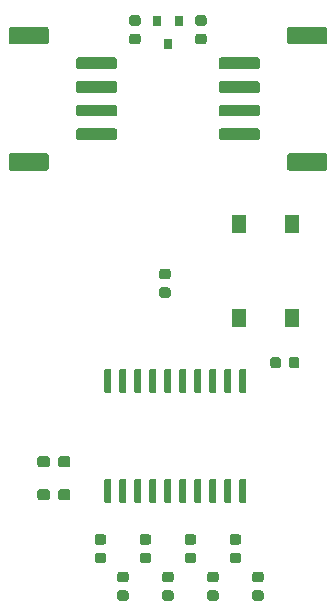
<source format=gbr>
G04 #@! TF.GenerationSoftware,KiCad,Pcbnew,5.1.5*
G04 #@! TF.CreationDate,2020-04-23T18:51:29+02:00*
G04 #@! TF.ProjectId,water_level,77617465-725f-46c6-9576-656c2e6b6963,rev?*
G04 #@! TF.SameCoordinates,Original*
G04 #@! TF.FileFunction,Paste,Top*
G04 #@! TF.FilePolarity,Positive*
%FSLAX46Y46*%
G04 Gerber Fmt 4.6, Leading zero omitted, Abs format (unit mm)*
G04 Created by KiCad (PCBNEW 5.1.5) date 2020-04-23 18:51:29*
%MOMM*%
%LPD*%
G04 APERTURE LIST*
%ADD10C,0.100000*%
%ADD11R,1.300000X1.550000*%
%ADD12R,0.800000X0.900000*%
G04 APERTURE END LIST*
D10*
G36*
X40663691Y-43912053D02*
G01*
X40684926Y-43915203D01*
X40705750Y-43920419D01*
X40725962Y-43927651D01*
X40745368Y-43936830D01*
X40763781Y-43947866D01*
X40781024Y-43960654D01*
X40796930Y-43975070D01*
X40811346Y-43990976D01*
X40824134Y-44008219D01*
X40835170Y-44026632D01*
X40844349Y-44046038D01*
X40851581Y-44066250D01*
X40856797Y-44087074D01*
X40859947Y-44108309D01*
X40861000Y-44129750D01*
X40861000Y-44567250D01*
X40859947Y-44588691D01*
X40856797Y-44609926D01*
X40851581Y-44630750D01*
X40844349Y-44650962D01*
X40835170Y-44670368D01*
X40824134Y-44688781D01*
X40811346Y-44706024D01*
X40796930Y-44721930D01*
X40781024Y-44736346D01*
X40763781Y-44749134D01*
X40745368Y-44760170D01*
X40725962Y-44769349D01*
X40705750Y-44776581D01*
X40684926Y-44781797D01*
X40663691Y-44784947D01*
X40642250Y-44786000D01*
X40129750Y-44786000D01*
X40108309Y-44784947D01*
X40087074Y-44781797D01*
X40066250Y-44776581D01*
X40046038Y-44769349D01*
X40026632Y-44760170D01*
X40008219Y-44749134D01*
X39990976Y-44736346D01*
X39975070Y-44721930D01*
X39960654Y-44706024D01*
X39947866Y-44688781D01*
X39936830Y-44670368D01*
X39927651Y-44650962D01*
X39920419Y-44630750D01*
X39915203Y-44609926D01*
X39912053Y-44588691D01*
X39911000Y-44567250D01*
X39911000Y-44129750D01*
X39912053Y-44108309D01*
X39915203Y-44087074D01*
X39920419Y-44066250D01*
X39927651Y-44046038D01*
X39936830Y-44026632D01*
X39947866Y-44008219D01*
X39960654Y-43990976D01*
X39975070Y-43975070D01*
X39990976Y-43960654D01*
X40008219Y-43947866D01*
X40026632Y-43936830D01*
X40046038Y-43927651D01*
X40066250Y-43920419D01*
X40087074Y-43915203D01*
X40108309Y-43912053D01*
X40129750Y-43911000D01*
X40642250Y-43911000D01*
X40663691Y-43912053D01*
G37*
G36*
X40663691Y-42337053D02*
G01*
X40684926Y-42340203D01*
X40705750Y-42345419D01*
X40725962Y-42352651D01*
X40745368Y-42361830D01*
X40763781Y-42372866D01*
X40781024Y-42385654D01*
X40796930Y-42400070D01*
X40811346Y-42415976D01*
X40824134Y-42433219D01*
X40835170Y-42451632D01*
X40844349Y-42471038D01*
X40851581Y-42491250D01*
X40856797Y-42512074D01*
X40859947Y-42533309D01*
X40861000Y-42554750D01*
X40861000Y-42992250D01*
X40859947Y-43013691D01*
X40856797Y-43034926D01*
X40851581Y-43055750D01*
X40844349Y-43075962D01*
X40835170Y-43095368D01*
X40824134Y-43113781D01*
X40811346Y-43131024D01*
X40796930Y-43146930D01*
X40781024Y-43161346D01*
X40763781Y-43174134D01*
X40745368Y-43185170D01*
X40725962Y-43194349D01*
X40705750Y-43201581D01*
X40684926Y-43206797D01*
X40663691Y-43209947D01*
X40642250Y-43211000D01*
X40129750Y-43211000D01*
X40108309Y-43209947D01*
X40087074Y-43206797D01*
X40066250Y-43201581D01*
X40046038Y-43194349D01*
X40026632Y-43185170D01*
X40008219Y-43174134D01*
X39990976Y-43161346D01*
X39975070Y-43146930D01*
X39960654Y-43131024D01*
X39947866Y-43113781D01*
X39936830Y-43095368D01*
X39927651Y-43075962D01*
X39920419Y-43055750D01*
X39915203Y-43034926D01*
X39912053Y-43013691D01*
X39911000Y-42992250D01*
X39911000Y-42554750D01*
X39912053Y-42533309D01*
X39915203Y-42512074D01*
X39920419Y-42491250D01*
X39927651Y-42471038D01*
X39936830Y-42451632D01*
X39947866Y-42433219D01*
X39960654Y-42415976D01*
X39975070Y-42400070D01*
X39990976Y-42385654D01*
X40008219Y-42372866D01*
X40026632Y-42361830D01*
X40046038Y-42352651D01*
X40066250Y-42345419D01*
X40087074Y-42340203D01*
X40108309Y-42337053D01*
X40129750Y-42336000D01*
X40642250Y-42336000D01*
X40663691Y-42337053D01*
G37*
G36*
X30324504Y-32541204D02*
G01*
X30348773Y-32544804D01*
X30372571Y-32550765D01*
X30395671Y-32559030D01*
X30417849Y-32569520D01*
X30438893Y-32582133D01*
X30458598Y-32596747D01*
X30476777Y-32613223D01*
X30493253Y-32631402D01*
X30507867Y-32651107D01*
X30520480Y-32672151D01*
X30530970Y-32694329D01*
X30539235Y-32717429D01*
X30545196Y-32741227D01*
X30548796Y-32765496D01*
X30550000Y-32790000D01*
X30550000Y-33790000D01*
X30548796Y-33814504D01*
X30545196Y-33838773D01*
X30539235Y-33862571D01*
X30530970Y-33885671D01*
X30520480Y-33907849D01*
X30507867Y-33928893D01*
X30493253Y-33948598D01*
X30476777Y-33966777D01*
X30458598Y-33983253D01*
X30438893Y-33997867D01*
X30417849Y-34010480D01*
X30395671Y-34020970D01*
X30372571Y-34029235D01*
X30348773Y-34035196D01*
X30324504Y-34038796D01*
X30300000Y-34040000D01*
X27400000Y-34040000D01*
X27375496Y-34038796D01*
X27351227Y-34035196D01*
X27327429Y-34029235D01*
X27304329Y-34020970D01*
X27282151Y-34010480D01*
X27261107Y-33997867D01*
X27241402Y-33983253D01*
X27223223Y-33966777D01*
X27206747Y-33948598D01*
X27192133Y-33928893D01*
X27179520Y-33907849D01*
X27169030Y-33885671D01*
X27160765Y-33862571D01*
X27154804Y-33838773D01*
X27151204Y-33814504D01*
X27150000Y-33790000D01*
X27150000Y-32790000D01*
X27151204Y-32765496D01*
X27154804Y-32741227D01*
X27160765Y-32717429D01*
X27169030Y-32694329D01*
X27179520Y-32672151D01*
X27192133Y-32651107D01*
X27206747Y-32631402D01*
X27223223Y-32613223D01*
X27241402Y-32596747D01*
X27261107Y-32582133D01*
X27282151Y-32569520D01*
X27304329Y-32559030D01*
X27327429Y-32550765D01*
X27351227Y-32544804D01*
X27375496Y-32541204D01*
X27400000Y-32540000D01*
X30300000Y-32540000D01*
X30324504Y-32541204D01*
G37*
G36*
X30324504Y-21841204D02*
G01*
X30348773Y-21844804D01*
X30372571Y-21850765D01*
X30395671Y-21859030D01*
X30417849Y-21869520D01*
X30438893Y-21882133D01*
X30458598Y-21896747D01*
X30476777Y-21913223D01*
X30493253Y-21931402D01*
X30507867Y-21951107D01*
X30520480Y-21972151D01*
X30530970Y-21994329D01*
X30539235Y-22017429D01*
X30545196Y-22041227D01*
X30548796Y-22065496D01*
X30550000Y-22090000D01*
X30550000Y-23090000D01*
X30548796Y-23114504D01*
X30545196Y-23138773D01*
X30539235Y-23162571D01*
X30530970Y-23185671D01*
X30520480Y-23207849D01*
X30507867Y-23228893D01*
X30493253Y-23248598D01*
X30476777Y-23266777D01*
X30458598Y-23283253D01*
X30438893Y-23297867D01*
X30417849Y-23310480D01*
X30395671Y-23320970D01*
X30372571Y-23329235D01*
X30348773Y-23335196D01*
X30324504Y-23338796D01*
X30300000Y-23340000D01*
X27400000Y-23340000D01*
X27375496Y-23338796D01*
X27351227Y-23335196D01*
X27327429Y-23329235D01*
X27304329Y-23320970D01*
X27282151Y-23310480D01*
X27261107Y-23297867D01*
X27241402Y-23283253D01*
X27223223Y-23266777D01*
X27206747Y-23248598D01*
X27192133Y-23228893D01*
X27179520Y-23207849D01*
X27169030Y-23185671D01*
X27160765Y-23162571D01*
X27154804Y-23138773D01*
X27151204Y-23114504D01*
X27150000Y-23090000D01*
X27150000Y-22090000D01*
X27151204Y-22065496D01*
X27154804Y-22041227D01*
X27160765Y-22017429D01*
X27169030Y-21994329D01*
X27179520Y-21972151D01*
X27192133Y-21951107D01*
X27206747Y-21931402D01*
X27223223Y-21913223D01*
X27241402Y-21896747D01*
X27261107Y-21882133D01*
X27282151Y-21869520D01*
X27304329Y-21859030D01*
X27327429Y-21850765D01*
X27351227Y-21844804D01*
X27375496Y-21841204D01*
X27400000Y-21840000D01*
X30300000Y-21840000D01*
X30324504Y-21841204D01*
G37*
G36*
X36124504Y-30441204D02*
G01*
X36148773Y-30444804D01*
X36172571Y-30450765D01*
X36195671Y-30459030D01*
X36217849Y-30469520D01*
X36238893Y-30482133D01*
X36258598Y-30496747D01*
X36276777Y-30513223D01*
X36293253Y-30531402D01*
X36307867Y-30551107D01*
X36320480Y-30572151D01*
X36330970Y-30594329D01*
X36339235Y-30617429D01*
X36345196Y-30641227D01*
X36348796Y-30665496D01*
X36350000Y-30690000D01*
X36350000Y-31190000D01*
X36348796Y-31214504D01*
X36345196Y-31238773D01*
X36339235Y-31262571D01*
X36330970Y-31285671D01*
X36320480Y-31307849D01*
X36307867Y-31328893D01*
X36293253Y-31348598D01*
X36276777Y-31366777D01*
X36258598Y-31383253D01*
X36238893Y-31397867D01*
X36217849Y-31410480D01*
X36195671Y-31420970D01*
X36172571Y-31429235D01*
X36148773Y-31435196D01*
X36124504Y-31438796D01*
X36100000Y-31440000D01*
X33100000Y-31440000D01*
X33075496Y-31438796D01*
X33051227Y-31435196D01*
X33027429Y-31429235D01*
X33004329Y-31420970D01*
X32982151Y-31410480D01*
X32961107Y-31397867D01*
X32941402Y-31383253D01*
X32923223Y-31366777D01*
X32906747Y-31348598D01*
X32892133Y-31328893D01*
X32879520Y-31307849D01*
X32869030Y-31285671D01*
X32860765Y-31262571D01*
X32854804Y-31238773D01*
X32851204Y-31214504D01*
X32850000Y-31190000D01*
X32850000Y-30690000D01*
X32851204Y-30665496D01*
X32854804Y-30641227D01*
X32860765Y-30617429D01*
X32869030Y-30594329D01*
X32879520Y-30572151D01*
X32892133Y-30551107D01*
X32906747Y-30531402D01*
X32923223Y-30513223D01*
X32941402Y-30496747D01*
X32961107Y-30482133D01*
X32982151Y-30469520D01*
X33004329Y-30459030D01*
X33027429Y-30450765D01*
X33051227Y-30444804D01*
X33075496Y-30441204D01*
X33100000Y-30440000D01*
X36100000Y-30440000D01*
X36124504Y-30441204D01*
G37*
G36*
X36124504Y-28441204D02*
G01*
X36148773Y-28444804D01*
X36172571Y-28450765D01*
X36195671Y-28459030D01*
X36217849Y-28469520D01*
X36238893Y-28482133D01*
X36258598Y-28496747D01*
X36276777Y-28513223D01*
X36293253Y-28531402D01*
X36307867Y-28551107D01*
X36320480Y-28572151D01*
X36330970Y-28594329D01*
X36339235Y-28617429D01*
X36345196Y-28641227D01*
X36348796Y-28665496D01*
X36350000Y-28690000D01*
X36350000Y-29190000D01*
X36348796Y-29214504D01*
X36345196Y-29238773D01*
X36339235Y-29262571D01*
X36330970Y-29285671D01*
X36320480Y-29307849D01*
X36307867Y-29328893D01*
X36293253Y-29348598D01*
X36276777Y-29366777D01*
X36258598Y-29383253D01*
X36238893Y-29397867D01*
X36217849Y-29410480D01*
X36195671Y-29420970D01*
X36172571Y-29429235D01*
X36148773Y-29435196D01*
X36124504Y-29438796D01*
X36100000Y-29440000D01*
X33100000Y-29440000D01*
X33075496Y-29438796D01*
X33051227Y-29435196D01*
X33027429Y-29429235D01*
X33004329Y-29420970D01*
X32982151Y-29410480D01*
X32961107Y-29397867D01*
X32941402Y-29383253D01*
X32923223Y-29366777D01*
X32906747Y-29348598D01*
X32892133Y-29328893D01*
X32879520Y-29307849D01*
X32869030Y-29285671D01*
X32860765Y-29262571D01*
X32854804Y-29238773D01*
X32851204Y-29214504D01*
X32850000Y-29190000D01*
X32850000Y-28690000D01*
X32851204Y-28665496D01*
X32854804Y-28641227D01*
X32860765Y-28617429D01*
X32869030Y-28594329D01*
X32879520Y-28572151D01*
X32892133Y-28551107D01*
X32906747Y-28531402D01*
X32923223Y-28513223D01*
X32941402Y-28496747D01*
X32961107Y-28482133D01*
X32982151Y-28469520D01*
X33004329Y-28459030D01*
X33027429Y-28450765D01*
X33051227Y-28444804D01*
X33075496Y-28441204D01*
X33100000Y-28440000D01*
X36100000Y-28440000D01*
X36124504Y-28441204D01*
G37*
G36*
X36124504Y-26441204D02*
G01*
X36148773Y-26444804D01*
X36172571Y-26450765D01*
X36195671Y-26459030D01*
X36217849Y-26469520D01*
X36238893Y-26482133D01*
X36258598Y-26496747D01*
X36276777Y-26513223D01*
X36293253Y-26531402D01*
X36307867Y-26551107D01*
X36320480Y-26572151D01*
X36330970Y-26594329D01*
X36339235Y-26617429D01*
X36345196Y-26641227D01*
X36348796Y-26665496D01*
X36350000Y-26690000D01*
X36350000Y-27190000D01*
X36348796Y-27214504D01*
X36345196Y-27238773D01*
X36339235Y-27262571D01*
X36330970Y-27285671D01*
X36320480Y-27307849D01*
X36307867Y-27328893D01*
X36293253Y-27348598D01*
X36276777Y-27366777D01*
X36258598Y-27383253D01*
X36238893Y-27397867D01*
X36217849Y-27410480D01*
X36195671Y-27420970D01*
X36172571Y-27429235D01*
X36148773Y-27435196D01*
X36124504Y-27438796D01*
X36100000Y-27440000D01*
X33100000Y-27440000D01*
X33075496Y-27438796D01*
X33051227Y-27435196D01*
X33027429Y-27429235D01*
X33004329Y-27420970D01*
X32982151Y-27410480D01*
X32961107Y-27397867D01*
X32941402Y-27383253D01*
X32923223Y-27366777D01*
X32906747Y-27348598D01*
X32892133Y-27328893D01*
X32879520Y-27307849D01*
X32869030Y-27285671D01*
X32860765Y-27262571D01*
X32854804Y-27238773D01*
X32851204Y-27214504D01*
X32850000Y-27190000D01*
X32850000Y-26690000D01*
X32851204Y-26665496D01*
X32854804Y-26641227D01*
X32860765Y-26617429D01*
X32869030Y-26594329D01*
X32879520Y-26572151D01*
X32892133Y-26551107D01*
X32906747Y-26531402D01*
X32923223Y-26513223D01*
X32941402Y-26496747D01*
X32961107Y-26482133D01*
X32982151Y-26469520D01*
X33004329Y-26459030D01*
X33027429Y-26450765D01*
X33051227Y-26444804D01*
X33075496Y-26441204D01*
X33100000Y-26440000D01*
X36100000Y-26440000D01*
X36124504Y-26441204D01*
G37*
G36*
X36124504Y-24441204D02*
G01*
X36148773Y-24444804D01*
X36172571Y-24450765D01*
X36195671Y-24459030D01*
X36217849Y-24469520D01*
X36238893Y-24482133D01*
X36258598Y-24496747D01*
X36276777Y-24513223D01*
X36293253Y-24531402D01*
X36307867Y-24551107D01*
X36320480Y-24572151D01*
X36330970Y-24594329D01*
X36339235Y-24617429D01*
X36345196Y-24641227D01*
X36348796Y-24665496D01*
X36350000Y-24690000D01*
X36350000Y-25190000D01*
X36348796Y-25214504D01*
X36345196Y-25238773D01*
X36339235Y-25262571D01*
X36330970Y-25285671D01*
X36320480Y-25307849D01*
X36307867Y-25328893D01*
X36293253Y-25348598D01*
X36276777Y-25366777D01*
X36258598Y-25383253D01*
X36238893Y-25397867D01*
X36217849Y-25410480D01*
X36195671Y-25420970D01*
X36172571Y-25429235D01*
X36148773Y-25435196D01*
X36124504Y-25438796D01*
X36100000Y-25440000D01*
X33100000Y-25440000D01*
X33075496Y-25438796D01*
X33051227Y-25435196D01*
X33027429Y-25429235D01*
X33004329Y-25420970D01*
X32982151Y-25410480D01*
X32961107Y-25397867D01*
X32941402Y-25383253D01*
X32923223Y-25366777D01*
X32906747Y-25348598D01*
X32892133Y-25328893D01*
X32879520Y-25307849D01*
X32869030Y-25285671D01*
X32860765Y-25262571D01*
X32854804Y-25238773D01*
X32851204Y-25214504D01*
X32850000Y-25190000D01*
X32850000Y-24690000D01*
X32851204Y-24665496D01*
X32854804Y-24641227D01*
X32860765Y-24617429D01*
X32869030Y-24594329D01*
X32879520Y-24572151D01*
X32892133Y-24551107D01*
X32906747Y-24531402D01*
X32923223Y-24513223D01*
X32941402Y-24496747D01*
X32961107Y-24482133D01*
X32982151Y-24469520D01*
X33004329Y-24459030D01*
X33027429Y-24450765D01*
X33051227Y-24444804D01*
X33075496Y-24441204D01*
X33100000Y-24440000D01*
X36100000Y-24440000D01*
X36124504Y-24441204D01*
G37*
G36*
X48204504Y-30441204D02*
G01*
X48228773Y-30444804D01*
X48252571Y-30450765D01*
X48275671Y-30459030D01*
X48297849Y-30469520D01*
X48318893Y-30482133D01*
X48338598Y-30496747D01*
X48356777Y-30513223D01*
X48373253Y-30531402D01*
X48387867Y-30551107D01*
X48400480Y-30572151D01*
X48410970Y-30594329D01*
X48419235Y-30617429D01*
X48425196Y-30641227D01*
X48428796Y-30665496D01*
X48430000Y-30690000D01*
X48430000Y-31190000D01*
X48428796Y-31214504D01*
X48425196Y-31238773D01*
X48419235Y-31262571D01*
X48410970Y-31285671D01*
X48400480Y-31307849D01*
X48387867Y-31328893D01*
X48373253Y-31348598D01*
X48356777Y-31366777D01*
X48338598Y-31383253D01*
X48318893Y-31397867D01*
X48297849Y-31410480D01*
X48275671Y-31420970D01*
X48252571Y-31429235D01*
X48228773Y-31435196D01*
X48204504Y-31438796D01*
X48180000Y-31440000D01*
X45180000Y-31440000D01*
X45155496Y-31438796D01*
X45131227Y-31435196D01*
X45107429Y-31429235D01*
X45084329Y-31420970D01*
X45062151Y-31410480D01*
X45041107Y-31397867D01*
X45021402Y-31383253D01*
X45003223Y-31366777D01*
X44986747Y-31348598D01*
X44972133Y-31328893D01*
X44959520Y-31307849D01*
X44949030Y-31285671D01*
X44940765Y-31262571D01*
X44934804Y-31238773D01*
X44931204Y-31214504D01*
X44930000Y-31190000D01*
X44930000Y-30690000D01*
X44931204Y-30665496D01*
X44934804Y-30641227D01*
X44940765Y-30617429D01*
X44949030Y-30594329D01*
X44959520Y-30572151D01*
X44972133Y-30551107D01*
X44986747Y-30531402D01*
X45003223Y-30513223D01*
X45021402Y-30496747D01*
X45041107Y-30482133D01*
X45062151Y-30469520D01*
X45084329Y-30459030D01*
X45107429Y-30450765D01*
X45131227Y-30444804D01*
X45155496Y-30441204D01*
X45180000Y-30440000D01*
X48180000Y-30440000D01*
X48204504Y-30441204D01*
G37*
G36*
X48204504Y-28441204D02*
G01*
X48228773Y-28444804D01*
X48252571Y-28450765D01*
X48275671Y-28459030D01*
X48297849Y-28469520D01*
X48318893Y-28482133D01*
X48338598Y-28496747D01*
X48356777Y-28513223D01*
X48373253Y-28531402D01*
X48387867Y-28551107D01*
X48400480Y-28572151D01*
X48410970Y-28594329D01*
X48419235Y-28617429D01*
X48425196Y-28641227D01*
X48428796Y-28665496D01*
X48430000Y-28690000D01*
X48430000Y-29190000D01*
X48428796Y-29214504D01*
X48425196Y-29238773D01*
X48419235Y-29262571D01*
X48410970Y-29285671D01*
X48400480Y-29307849D01*
X48387867Y-29328893D01*
X48373253Y-29348598D01*
X48356777Y-29366777D01*
X48338598Y-29383253D01*
X48318893Y-29397867D01*
X48297849Y-29410480D01*
X48275671Y-29420970D01*
X48252571Y-29429235D01*
X48228773Y-29435196D01*
X48204504Y-29438796D01*
X48180000Y-29440000D01*
X45180000Y-29440000D01*
X45155496Y-29438796D01*
X45131227Y-29435196D01*
X45107429Y-29429235D01*
X45084329Y-29420970D01*
X45062151Y-29410480D01*
X45041107Y-29397867D01*
X45021402Y-29383253D01*
X45003223Y-29366777D01*
X44986747Y-29348598D01*
X44972133Y-29328893D01*
X44959520Y-29307849D01*
X44949030Y-29285671D01*
X44940765Y-29262571D01*
X44934804Y-29238773D01*
X44931204Y-29214504D01*
X44930000Y-29190000D01*
X44930000Y-28690000D01*
X44931204Y-28665496D01*
X44934804Y-28641227D01*
X44940765Y-28617429D01*
X44949030Y-28594329D01*
X44959520Y-28572151D01*
X44972133Y-28551107D01*
X44986747Y-28531402D01*
X45003223Y-28513223D01*
X45021402Y-28496747D01*
X45041107Y-28482133D01*
X45062151Y-28469520D01*
X45084329Y-28459030D01*
X45107429Y-28450765D01*
X45131227Y-28444804D01*
X45155496Y-28441204D01*
X45180000Y-28440000D01*
X48180000Y-28440000D01*
X48204504Y-28441204D01*
G37*
G36*
X48204504Y-26441204D02*
G01*
X48228773Y-26444804D01*
X48252571Y-26450765D01*
X48275671Y-26459030D01*
X48297849Y-26469520D01*
X48318893Y-26482133D01*
X48338598Y-26496747D01*
X48356777Y-26513223D01*
X48373253Y-26531402D01*
X48387867Y-26551107D01*
X48400480Y-26572151D01*
X48410970Y-26594329D01*
X48419235Y-26617429D01*
X48425196Y-26641227D01*
X48428796Y-26665496D01*
X48430000Y-26690000D01*
X48430000Y-27190000D01*
X48428796Y-27214504D01*
X48425196Y-27238773D01*
X48419235Y-27262571D01*
X48410970Y-27285671D01*
X48400480Y-27307849D01*
X48387867Y-27328893D01*
X48373253Y-27348598D01*
X48356777Y-27366777D01*
X48338598Y-27383253D01*
X48318893Y-27397867D01*
X48297849Y-27410480D01*
X48275671Y-27420970D01*
X48252571Y-27429235D01*
X48228773Y-27435196D01*
X48204504Y-27438796D01*
X48180000Y-27440000D01*
X45180000Y-27440000D01*
X45155496Y-27438796D01*
X45131227Y-27435196D01*
X45107429Y-27429235D01*
X45084329Y-27420970D01*
X45062151Y-27410480D01*
X45041107Y-27397867D01*
X45021402Y-27383253D01*
X45003223Y-27366777D01*
X44986747Y-27348598D01*
X44972133Y-27328893D01*
X44959520Y-27307849D01*
X44949030Y-27285671D01*
X44940765Y-27262571D01*
X44934804Y-27238773D01*
X44931204Y-27214504D01*
X44930000Y-27190000D01*
X44930000Y-26690000D01*
X44931204Y-26665496D01*
X44934804Y-26641227D01*
X44940765Y-26617429D01*
X44949030Y-26594329D01*
X44959520Y-26572151D01*
X44972133Y-26551107D01*
X44986747Y-26531402D01*
X45003223Y-26513223D01*
X45021402Y-26496747D01*
X45041107Y-26482133D01*
X45062151Y-26469520D01*
X45084329Y-26459030D01*
X45107429Y-26450765D01*
X45131227Y-26444804D01*
X45155496Y-26441204D01*
X45180000Y-26440000D01*
X48180000Y-26440000D01*
X48204504Y-26441204D01*
G37*
G36*
X48204504Y-24441204D02*
G01*
X48228773Y-24444804D01*
X48252571Y-24450765D01*
X48275671Y-24459030D01*
X48297849Y-24469520D01*
X48318893Y-24482133D01*
X48338598Y-24496747D01*
X48356777Y-24513223D01*
X48373253Y-24531402D01*
X48387867Y-24551107D01*
X48400480Y-24572151D01*
X48410970Y-24594329D01*
X48419235Y-24617429D01*
X48425196Y-24641227D01*
X48428796Y-24665496D01*
X48430000Y-24690000D01*
X48430000Y-25190000D01*
X48428796Y-25214504D01*
X48425196Y-25238773D01*
X48419235Y-25262571D01*
X48410970Y-25285671D01*
X48400480Y-25307849D01*
X48387867Y-25328893D01*
X48373253Y-25348598D01*
X48356777Y-25366777D01*
X48338598Y-25383253D01*
X48318893Y-25397867D01*
X48297849Y-25410480D01*
X48275671Y-25420970D01*
X48252571Y-25429235D01*
X48228773Y-25435196D01*
X48204504Y-25438796D01*
X48180000Y-25440000D01*
X45180000Y-25440000D01*
X45155496Y-25438796D01*
X45131227Y-25435196D01*
X45107429Y-25429235D01*
X45084329Y-25420970D01*
X45062151Y-25410480D01*
X45041107Y-25397867D01*
X45021402Y-25383253D01*
X45003223Y-25366777D01*
X44986747Y-25348598D01*
X44972133Y-25328893D01*
X44959520Y-25307849D01*
X44949030Y-25285671D01*
X44940765Y-25262571D01*
X44934804Y-25238773D01*
X44931204Y-25214504D01*
X44930000Y-25190000D01*
X44930000Y-24690000D01*
X44931204Y-24665496D01*
X44934804Y-24641227D01*
X44940765Y-24617429D01*
X44949030Y-24594329D01*
X44959520Y-24572151D01*
X44972133Y-24551107D01*
X44986747Y-24531402D01*
X45003223Y-24513223D01*
X45021402Y-24496747D01*
X45041107Y-24482133D01*
X45062151Y-24469520D01*
X45084329Y-24459030D01*
X45107429Y-24450765D01*
X45131227Y-24444804D01*
X45155496Y-24441204D01*
X45180000Y-24440000D01*
X48180000Y-24440000D01*
X48204504Y-24441204D01*
G37*
G36*
X53904504Y-32541204D02*
G01*
X53928773Y-32544804D01*
X53952571Y-32550765D01*
X53975671Y-32559030D01*
X53997849Y-32569520D01*
X54018893Y-32582133D01*
X54038598Y-32596747D01*
X54056777Y-32613223D01*
X54073253Y-32631402D01*
X54087867Y-32651107D01*
X54100480Y-32672151D01*
X54110970Y-32694329D01*
X54119235Y-32717429D01*
X54125196Y-32741227D01*
X54128796Y-32765496D01*
X54130000Y-32790000D01*
X54130000Y-33790000D01*
X54128796Y-33814504D01*
X54125196Y-33838773D01*
X54119235Y-33862571D01*
X54110970Y-33885671D01*
X54100480Y-33907849D01*
X54087867Y-33928893D01*
X54073253Y-33948598D01*
X54056777Y-33966777D01*
X54038598Y-33983253D01*
X54018893Y-33997867D01*
X53997849Y-34010480D01*
X53975671Y-34020970D01*
X53952571Y-34029235D01*
X53928773Y-34035196D01*
X53904504Y-34038796D01*
X53880000Y-34040000D01*
X50980000Y-34040000D01*
X50955496Y-34038796D01*
X50931227Y-34035196D01*
X50907429Y-34029235D01*
X50884329Y-34020970D01*
X50862151Y-34010480D01*
X50841107Y-33997867D01*
X50821402Y-33983253D01*
X50803223Y-33966777D01*
X50786747Y-33948598D01*
X50772133Y-33928893D01*
X50759520Y-33907849D01*
X50749030Y-33885671D01*
X50740765Y-33862571D01*
X50734804Y-33838773D01*
X50731204Y-33814504D01*
X50730000Y-33790000D01*
X50730000Y-32790000D01*
X50731204Y-32765496D01*
X50734804Y-32741227D01*
X50740765Y-32717429D01*
X50749030Y-32694329D01*
X50759520Y-32672151D01*
X50772133Y-32651107D01*
X50786747Y-32631402D01*
X50803223Y-32613223D01*
X50821402Y-32596747D01*
X50841107Y-32582133D01*
X50862151Y-32569520D01*
X50884329Y-32559030D01*
X50907429Y-32550765D01*
X50931227Y-32544804D01*
X50955496Y-32541204D01*
X50980000Y-32540000D01*
X53880000Y-32540000D01*
X53904504Y-32541204D01*
G37*
G36*
X53904504Y-21841204D02*
G01*
X53928773Y-21844804D01*
X53952571Y-21850765D01*
X53975671Y-21859030D01*
X53997849Y-21869520D01*
X54018893Y-21882133D01*
X54038598Y-21896747D01*
X54056777Y-21913223D01*
X54073253Y-21931402D01*
X54087867Y-21951107D01*
X54100480Y-21972151D01*
X54110970Y-21994329D01*
X54119235Y-22017429D01*
X54125196Y-22041227D01*
X54128796Y-22065496D01*
X54130000Y-22090000D01*
X54130000Y-23090000D01*
X54128796Y-23114504D01*
X54125196Y-23138773D01*
X54119235Y-23162571D01*
X54110970Y-23185671D01*
X54100480Y-23207849D01*
X54087867Y-23228893D01*
X54073253Y-23248598D01*
X54056777Y-23266777D01*
X54038598Y-23283253D01*
X54018893Y-23297867D01*
X53997849Y-23310480D01*
X53975671Y-23320970D01*
X53952571Y-23329235D01*
X53928773Y-23335196D01*
X53904504Y-23338796D01*
X53880000Y-23340000D01*
X50980000Y-23340000D01*
X50955496Y-23338796D01*
X50931227Y-23335196D01*
X50907429Y-23329235D01*
X50884329Y-23320970D01*
X50862151Y-23310480D01*
X50841107Y-23297867D01*
X50821402Y-23283253D01*
X50803223Y-23266777D01*
X50786747Y-23248598D01*
X50772133Y-23228893D01*
X50759520Y-23207849D01*
X50749030Y-23185671D01*
X50740765Y-23162571D01*
X50734804Y-23138773D01*
X50731204Y-23114504D01*
X50730000Y-23090000D01*
X50730000Y-22090000D01*
X50731204Y-22065496D01*
X50734804Y-22041227D01*
X50740765Y-22017429D01*
X50749030Y-21994329D01*
X50759520Y-21972151D01*
X50772133Y-21951107D01*
X50786747Y-21931402D01*
X50803223Y-21913223D01*
X50821402Y-21896747D01*
X50841107Y-21882133D01*
X50862151Y-21869520D01*
X50884329Y-21859030D01*
X50907429Y-21850765D01*
X50931227Y-21844804D01*
X50955496Y-21841204D01*
X50980000Y-21840000D01*
X53880000Y-21840000D01*
X53904504Y-21841204D01*
G37*
G36*
X49998691Y-49818053D02*
G01*
X50019926Y-49821203D01*
X50040750Y-49826419D01*
X50060962Y-49833651D01*
X50080368Y-49842830D01*
X50098781Y-49853866D01*
X50116024Y-49866654D01*
X50131930Y-49881070D01*
X50146346Y-49896976D01*
X50159134Y-49914219D01*
X50170170Y-49932632D01*
X50179349Y-49952038D01*
X50186581Y-49972250D01*
X50191797Y-49993074D01*
X50194947Y-50014309D01*
X50196000Y-50035750D01*
X50196000Y-50548250D01*
X50194947Y-50569691D01*
X50191797Y-50590926D01*
X50186581Y-50611750D01*
X50179349Y-50631962D01*
X50170170Y-50651368D01*
X50159134Y-50669781D01*
X50146346Y-50687024D01*
X50131930Y-50702930D01*
X50116024Y-50717346D01*
X50098781Y-50730134D01*
X50080368Y-50741170D01*
X50060962Y-50750349D01*
X50040750Y-50757581D01*
X50019926Y-50762797D01*
X49998691Y-50765947D01*
X49977250Y-50767000D01*
X49539750Y-50767000D01*
X49518309Y-50765947D01*
X49497074Y-50762797D01*
X49476250Y-50757581D01*
X49456038Y-50750349D01*
X49436632Y-50741170D01*
X49418219Y-50730134D01*
X49400976Y-50717346D01*
X49385070Y-50702930D01*
X49370654Y-50687024D01*
X49357866Y-50669781D01*
X49346830Y-50651368D01*
X49337651Y-50631962D01*
X49330419Y-50611750D01*
X49325203Y-50590926D01*
X49322053Y-50569691D01*
X49321000Y-50548250D01*
X49321000Y-50035750D01*
X49322053Y-50014309D01*
X49325203Y-49993074D01*
X49330419Y-49972250D01*
X49337651Y-49952038D01*
X49346830Y-49932632D01*
X49357866Y-49914219D01*
X49370654Y-49896976D01*
X49385070Y-49881070D01*
X49400976Y-49866654D01*
X49418219Y-49853866D01*
X49436632Y-49842830D01*
X49456038Y-49833651D01*
X49476250Y-49826419D01*
X49497074Y-49821203D01*
X49518309Y-49818053D01*
X49539750Y-49817000D01*
X49977250Y-49817000D01*
X49998691Y-49818053D01*
G37*
G36*
X51573691Y-49818053D02*
G01*
X51594926Y-49821203D01*
X51615750Y-49826419D01*
X51635962Y-49833651D01*
X51655368Y-49842830D01*
X51673781Y-49853866D01*
X51691024Y-49866654D01*
X51706930Y-49881070D01*
X51721346Y-49896976D01*
X51734134Y-49914219D01*
X51745170Y-49932632D01*
X51754349Y-49952038D01*
X51761581Y-49972250D01*
X51766797Y-49993074D01*
X51769947Y-50014309D01*
X51771000Y-50035750D01*
X51771000Y-50548250D01*
X51769947Y-50569691D01*
X51766797Y-50590926D01*
X51761581Y-50611750D01*
X51754349Y-50631962D01*
X51745170Y-50651368D01*
X51734134Y-50669781D01*
X51721346Y-50687024D01*
X51706930Y-50702930D01*
X51691024Y-50717346D01*
X51673781Y-50730134D01*
X51655368Y-50741170D01*
X51635962Y-50750349D01*
X51615750Y-50757581D01*
X51594926Y-50762797D01*
X51573691Y-50765947D01*
X51552250Y-50767000D01*
X51114750Y-50767000D01*
X51093309Y-50765947D01*
X51072074Y-50762797D01*
X51051250Y-50757581D01*
X51031038Y-50750349D01*
X51011632Y-50741170D01*
X50993219Y-50730134D01*
X50975976Y-50717346D01*
X50960070Y-50702930D01*
X50945654Y-50687024D01*
X50932866Y-50669781D01*
X50921830Y-50651368D01*
X50912651Y-50631962D01*
X50905419Y-50611750D01*
X50900203Y-50590926D01*
X50897053Y-50569691D01*
X50896000Y-50548250D01*
X50896000Y-50035750D01*
X50897053Y-50014309D01*
X50900203Y-49993074D01*
X50905419Y-49972250D01*
X50912651Y-49952038D01*
X50921830Y-49932632D01*
X50932866Y-49914219D01*
X50945654Y-49896976D01*
X50960070Y-49881070D01*
X50975976Y-49866654D01*
X50993219Y-49853866D01*
X51011632Y-49842830D01*
X51031038Y-49833651D01*
X51051250Y-49826419D01*
X51072074Y-49821203D01*
X51093309Y-49818053D01*
X51114750Y-49817000D01*
X51552250Y-49817000D01*
X51573691Y-49818053D01*
G37*
G36*
X35202691Y-66391053D02*
G01*
X35223926Y-66394203D01*
X35244750Y-66399419D01*
X35264962Y-66406651D01*
X35284368Y-66415830D01*
X35302781Y-66426866D01*
X35320024Y-66439654D01*
X35335930Y-66454070D01*
X35350346Y-66469976D01*
X35363134Y-66487219D01*
X35374170Y-66505632D01*
X35383349Y-66525038D01*
X35390581Y-66545250D01*
X35395797Y-66566074D01*
X35398947Y-66587309D01*
X35400000Y-66608750D01*
X35400000Y-67046250D01*
X35398947Y-67067691D01*
X35395797Y-67088926D01*
X35390581Y-67109750D01*
X35383349Y-67129962D01*
X35374170Y-67149368D01*
X35363134Y-67167781D01*
X35350346Y-67185024D01*
X35335930Y-67200930D01*
X35320024Y-67215346D01*
X35302781Y-67228134D01*
X35284368Y-67239170D01*
X35264962Y-67248349D01*
X35244750Y-67255581D01*
X35223926Y-67260797D01*
X35202691Y-67263947D01*
X35181250Y-67265000D01*
X34668750Y-67265000D01*
X34647309Y-67263947D01*
X34626074Y-67260797D01*
X34605250Y-67255581D01*
X34585038Y-67248349D01*
X34565632Y-67239170D01*
X34547219Y-67228134D01*
X34529976Y-67215346D01*
X34514070Y-67200930D01*
X34499654Y-67185024D01*
X34486866Y-67167781D01*
X34475830Y-67149368D01*
X34466651Y-67129962D01*
X34459419Y-67109750D01*
X34454203Y-67088926D01*
X34451053Y-67067691D01*
X34450000Y-67046250D01*
X34450000Y-66608750D01*
X34451053Y-66587309D01*
X34454203Y-66566074D01*
X34459419Y-66545250D01*
X34466651Y-66525038D01*
X34475830Y-66505632D01*
X34486866Y-66487219D01*
X34499654Y-66469976D01*
X34514070Y-66454070D01*
X34529976Y-66439654D01*
X34547219Y-66426866D01*
X34565632Y-66415830D01*
X34585038Y-66406651D01*
X34605250Y-66399419D01*
X34626074Y-66394203D01*
X34647309Y-66391053D01*
X34668750Y-66390000D01*
X35181250Y-66390000D01*
X35202691Y-66391053D01*
G37*
G36*
X35202691Y-64816053D02*
G01*
X35223926Y-64819203D01*
X35244750Y-64824419D01*
X35264962Y-64831651D01*
X35284368Y-64840830D01*
X35302781Y-64851866D01*
X35320024Y-64864654D01*
X35335930Y-64879070D01*
X35350346Y-64894976D01*
X35363134Y-64912219D01*
X35374170Y-64930632D01*
X35383349Y-64950038D01*
X35390581Y-64970250D01*
X35395797Y-64991074D01*
X35398947Y-65012309D01*
X35400000Y-65033750D01*
X35400000Y-65471250D01*
X35398947Y-65492691D01*
X35395797Y-65513926D01*
X35390581Y-65534750D01*
X35383349Y-65554962D01*
X35374170Y-65574368D01*
X35363134Y-65592781D01*
X35350346Y-65610024D01*
X35335930Y-65625930D01*
X35320024Y-65640346D01*
X35302781Y-65653134D01*
X35284368Y-65664170D01*
X35264962Y-65673349D01*
X35244750Y-65680581D01*
X35223926Y-65685797D01*
X35202691Y-65688947D01*
X35181250Y-65690000D01*
X34668750Y-65690000D01*
X34647309Y-65688947D01*
X34626074Y-65685797D01*
X34605250Y-65680581D01*
X34585038Y-65673349D01*
X34565632Y-65664170D01*
X34547219Y-65653134D01*
X34529976Y-65640346D01*
X34514070Y-65625930D01*
X34499654Y-65610024D01*
X34486866Y-65592781D01*
X34475830Y-65574368D01*
X34466651Y-65554962D01*
X34459419Y-65534750D01*
X34454203Y-65513926D01*
X34451053Y-65492691D01*
X34450000Y-65471250D01*
X34450000Y-65033750D01*
X34451053Y-65012309D01*
X34454203Y-64991074D01*
X34459419Y-64970250D01*
X34466651Y-64950038D01*
X34475830Y-64930632D01*
X34486866Y-64912219D01*
X34499654Y-64894976D01*
X34514070Y-64879070D01*
X34529976Y-64864654D01*
X34547219Y-64851866D01*
X34565632Y-64840830D01*
X34585038Y-64831651D01*
X34605250Y-64824419D01*
X34626074Y-64819203D01*
X34647309Y-64816053D01*
X34668750Y-64815000D01*
X35181250Y-64815000D01*
X35202691Y-64816053D01*
G37*
G36*
X37107691Y-67991053D02*
G01*
X37128926Y-67994203D01*
X37149750Y-67999419D01*
X37169962Y-68006651D01*
X37189368Y-68015830D01*
X37207781Y-68026866D01*
X37225024Y-68039654D01*
X37240930Y-68054070D01*
X37255346Y-68069976D01*
X37268134Y-68087219D01*
X37279170Y-68105632D01*
X37288349Y-68125038D01*
X37295581Y-68145250D01*
X37300797Y-68166074D01*
X37303947Y-68187309D01*
X37305000Y-68208750D01*
X37305000Y-68646250D01*
X37303947Y-68667691D01*
X37300797Y-68688926D01*
X37295581Y-68709750D01*
X37288349Y-68729962D01*
X37279170Y-68749368D01*
X37268134Y-68767781D01*
X37255346Y-68785024D01*
X37240930Y-68800930D01*
X37225024Y-68815346D01*
X37207781Y-68828134D01*
X37189368Y-68839170D01*
X37169962Y-68848349D01*
X37149750Y-68855581D01*
X37128926Y-68860797D01*
X37107691Y-68863947D01*
X37086250Y-68865000D01*
X36573750Y-68865000D01*
X36552309Y-68863947D01*
X36531074Y-68860797D01*
X36510250Y-68855581D01*
X36490038Y-68848349D01*
X36470632Y-68839170D01*
X36452219Y-68828134D01*
X36434976Y-68815346D01*
X36419070Y-68800930D01*
X36404654Y-68785024D01*
X36391866Y-68767781D01*
X36380830Y-68749368D01*
X36371651Y-68729962D01*
X36364419Y-68709750D01*
X36359203Y-68688926D01*
X36356053Y-68667691D01*
X36355000Y-68646250D01*
X36355000Y-68208750D01*
X36356053Y-68187309D01*
X36359203Y-68166074D01*
X36364419Y-68145250D01*
X36371651Y-68125038D01*
X36380830Y-68105632D01*
X36391866Y-68087219D01*
X36404654Y-68069976D01*
X36419070Y-68054070D01*
X36434976Y-68039654D01*
X36452219Y-68026866D01*
X36470632Y-68015830D01*
X36490038Y-68006651D01*
X36510250Y-67999419D01*
X36531074Y-67994203D01*
X36552309Y-67991053D01*
X36573750Y-67990000D01*
X37086250Y-67990000D01*
X37107691Y-67991053D01*
G37*
G36*
X37107691Y-69566053D02*
G01*
X37128926Y-69569203D01*
X37149750Y-69574419D01*
X37169962Y-69581651D01*
X37189368Y-69590830D01*
X37207781Y-69601866D01*
X37225024Y-69614654D01*
X37240930Y-69629070D01*
X37255346Y-69644976D01*
X37268134Y-69662219D01*
X37279170Y-69680632D01*
X37288349Y-69700038D01*
X37295581Y-69720250D01*
X37300797Y-69741074D01*
X37303947Y-69762309D01*
X37305000Y-69783750D01*
X37305000Y-70221250D01*
X37303947Y-70242691D01*
X37300797Y-70263926D01*
X37295581Y-70284750D01*
X37288349Y-70304962D01*
X37279170Y-70324368D01*
X37268134Y-70342781D01*
X37255346Y-70360024D01*
X37240930Y-70375930D01*
X37225024Y-70390346D01*
X37207781Y-70403134D01*
X37189368Y-70414170D01*
X37169962Y-70423349D01*
X37149750Y-70430581D01*
X37128926Y-70435797D01*
X37107691Y-70438947D01*
X37086250Y-70440000D01*
X36573750Y-70440000D01*
X36552309Y-70438947D01*
X36531074Y-70435797D01*
X36510250Y-70430581D01*
X36490038Y-70423349D01*
X36470632Y-70414170D01*
X36452219Y-70403134D01*
X36434976Y-70390346D01*
X36419070Y-70375930D01*
X36404654Y-70360024D01*
X36391866Y-70342781D01*
X36380830Y-70324368D01*
X36371651Y-70304962D01*
X36364419Y-70284750D01*
X36359203Y-70263926D01*
X36356053Y-70242691D01*
X36355000Y-70221250D01*
X36355000Y-69783750D01*
X36356053Y-69762309D01*
X36359203Y-69741074D01*
X36364419Y-69720250D01*
X36371651Y-69700038D01*
X36380830Y-69680632D01*
X36391866Y-69662219D01*
X36404654Y-69644976D01*
X36419070Y-69629070D01*
X36434976Y-69614654D01*
X36452219Y-69601866D01*
X36470632Y-69590830D01*
X36490038Y-69581651D01*
X36510250Y-69574419D01*
X36531074Y-69569203D01*
X36552309Y-69566053D01*
X36573750Y-69565000D01*
X37086250Y-69565000D01*
X37107691Y-69566053D01*
G37*
G36*
X39012691Y-66391053D02*
G01*
X39033926Y-66394203D01*
X39054750Y-66399419D01*
X39074962Y-66406651D01*
X39094368Y-66415830D01*
X39112781Y-66426866D01*
X39130024Y-66439654D01*
X39145930Y-66454070D01*
X39160346Y-66469976D01*
X39173134Y-66487219D01*
X39184170Y-66505632D01*
X39193349Y-66525038D01*
X39200581Y-66545250D01*
X39205797Y-66566074D01*
X39208947Y-66587309D01*
X39210000Y-66608750D01*
X39210000Y-67046250D01*
X39208947Y-67067691D01*
X39205797Y-67088926D01*
X39200581Y-67109750D01*
X39193349Y-67129962D01*
X39184170Y-67149368D01*
X39173134Y-67167781D01*
X39160346Y-67185024D01*
X39145930Y-67200930D01*
X39130024Y-67215346D01*
X39112781Y-67228134D01*
X39094368Y-67239170D01*
X39074962Y-67248349D01*
X39054750Y-67255581D01*
X39033926Y-67260797D01*
X39012691Y-67263947D01*
X38991250Y-67265000D01*
X38478750Y-67265000D01*
X38457309Y-67263947D01*
X38436074Y-67260797D01*
X38415250Y-67255581D01*
X38395038Y-67248349D01*
X38375632Y-67239170D01*
X38357219Y-67228134D01*
X38339976Y-67215346D01*
X38324070Y-67200930D01*
X38309654Y-67185024D01*
X38296866Y-67167781D01*
X38285830Y-67149368D01*
X38276651Y-67129962D01*
X38269419Y-67109750D01*
X38264203Y-67088926D01*
X38261053Y-67067691D01*
X38260000Y-67046250D01*
X38260000Y-66608750D01*
X38261053Y-66587309D01*
X38264203Y-66566074D01*
X38269419Y-66545250D01*
X38276651Y-66525038D01*
X38285830Y-66505632D01*
X38296866Y-66487219D01*
X38309654Y-66469976D01*
X38324070Y-66454070D01*
X38339976Y-66439654D01*
X38357219Y-66426866D01*
X38375632Y-66415830D01*
X38395038Y-66406651D01*
X38415250Y-66399419D01*
X38436074Y-66394203D01*
X38457309Y-66391053D01*
X38478750Y-66390000D01*
X38991250Y-66390000D01*
X39012691Y-66391053D01*
G37*
G36*
X39012691Y-64816053D02*
G01*
X39033926Y-64819203D01*
X39054750Y-64824419D01*
X39074962Y-64831651D01*
X39094368Y-64840830D01*
X39112781Y-64851866D01*
X39130024Y-64864654D01*
X39145930Y-64879070D01*
X39160346Y-64894976D01*
X39173134Y-64912219D01*
X39184170Y-64930632D01*
X39193349Y-64950038D01*
X39200581Y-64970250D01*
X39205797Y-64991074D01*
X39208947Y-65012309D01*
X39210000Y-65033750D01*
X39210000Y-65471250D01*
X39208947Y-65492691D01*
X39205797Y-65513926D01*
X39200581Y-65534750D01*
X39193349Y-65554962D01*
X39184170Y-65574368D01*
X39173134Y-65592781D01*
X39160346Y-65610024D01*
X39145930Y-65625930D01*
X39130024Y-65640346D01*
X39112781Y-65653134D01*
X39094368Y-65664170D01*
X39074962Y-65673349D01*
X39054750Y-65680581D01*
X39033926Y-65685797D01*
X39012691Y-65688947D01*
X38991250Y-65690000D01*
X38478750Y-65690000D01*
X38457309Y-65688947D01*
X38436074Y-65685797D01*
X38415250Y-65680581D01*
X38395038Y-65673349D01*
X38375632Y-65664170D01*
X38357219Y-65653134D01*
X38339976Y-65640346D01*
X38324070Y-65625930D01*
X38309654Y-65610024D01*
X38296866Y-65592781D01*
X38285830Y-65574368D01*
X38276651Y-65554962D01*
X38269419Y-65534750D01*
X38264203Y-65513926D01*
X38261053Y-65492691D01*
X38260000Y-65471250D01*
X38260000Y-65033750D01*
X38261053Y-65012309D01*
X38264203Y-64991074D01*
X38269419Y-64970250D01*
X38276651Y-64950038D01*
X38285830Y-64930632D01*
X38296866Y-64912219D01*
X38309654Y-64894976D01*
X38324070Y-64879070D01*
X38339976Y-64864654D01*
X38357219Y-64851866D01*
X38375632Y-64840830D01*
X38395038Y-64831651D01*
X38415250Y-64824419D01*
X38436074Y-64819203D01*
X38457309Y-64816053D01*
X38478750Y-64815000D01*
X38991250Y-64815000D01*
X39012691Y-64816053D01*
G37*
G36*
X40917691Y-67991053D02*
G01*
X40938926Y-67994203D01*
X40959750Y-67999419D01*
X40979962Y-68006651D01*
X40999368Y-68015830D01*
X41017781Y-68026866D01*
X41035024Y-68039654D01*
X41050930Y-68054070D01*
X41065346Y-68069976D01*
X41078134Y-68087219D01*
X41089170Y-68105632D01*
X41098349Y-68125038D01*
X41105581Y-68145250D01*
X41110797Y-68166074D01*
X41113947Y-68187309D01*
X41115000Y-68208750D01*
X41115000Y-68646250D01*
X41113947Y-68667691D01*
X41110797Y-68688926D01*
X41105581Y-68709750D01*
X41098349Y-68729962D01*
X41089170Y-68749368D01*
X41078134Y-68767781D01*
X41065346Y-68785024D01*
X41050930Y-68800930D01*
X41035024Y-68815346D01*
X41017781Y-68828134D01*
X40999368Y-68839170D01*
X40979962Y-68848349D01*
X40959750Y-68855581D01*
X40938926Y-68860797D01*
X40917691Y-68863947D01*
X40896250Y-68865000D01*
X40383750Y-68865000D01*
X40362309Y-68863947D01*
X40341074Y-68860797D01*
X40320250Y-68855581D01*
X40300038Y-68848349D01*
X40280632Y-68839170D01*
X40262219Y-68828134D01*
X40244976Y-68815346D01*
X40229070Y-68800930D01*
X40214654Y-68785024D01*
X40201866Y-68767781D01*
X40190830Y-68749368D01*
X40181651Y-68729962D01*
X40174419Y-68709750D01*
X40169203Y-68688926D01*
X40166053Y-68667691D01*
X40165000Y-68646250D01*
X40165000Y-68208750D01*
X40166053Y-68187309D01*
X40169203Y-68166074D01*
X40174419Y-68145250D01*
X40181651Y-68125038D01*
X40190830Y-68105632D01*
X40201866Y-68087219D01*
X40214654Y-68069976D01*
X40229070Y-68054070D01*
X40244976Y-68039654D01*
X40262219Y-68026866D01*
X40280632Y-68015830D01*
X40300038Y-68006651D01*
X40320250Y-67999419D01*
X40341074Y-67994203D01*
X40362309Y-67991053D01*
X40383750Y-67990000D01*
X40896250Y-67990000D01*
X40917691Y-67991053D01*
G37*
G36*
X40917691Y-69566053D02*
G01*
X40938926Y-69569203D01*
X40959750Y-69574419D01*
X40979962Y-69581651D01*
X40999368Y-69590830D01*
X41017781Y-69601866D01*
X41035024Y-69614654D01*
X41050930Y-69629070D01*
X41065346Y-69644976D01*
X41078134Y-69662219D01*
X41089170Y-69680632D01*
X41098349Y-69700038D01*
X41105581Y-69720250D01*
X41110797Y-69741074D01*
X41113947Y-69762309D01*
X41115000Y-69783750D01*
X41115000Y-70221250D01*
X41113947Y-70242691D01*
X41110797Y-70263926D01*
X41105581Y-70284750D01*
X41098349Y-70304962D01*
X41089170Y-70324368D01*
X41078134Y-70342781D01*
X41065346Y-70360024D01*
X41050930Y-70375930D01*
X41035024Y-70390346D01*
X41017781Y-70403134D01*
X40999368Y-70414170D01*
X40979962Y-70423349D01*
X40959750Y-70430581D01*
X40938926Y-70435797D01*
X40917691Y-70438947D01*
X40896250Y-70440000D01*
X40383750Y-70440000D01*
X40362309Y-70438947D01*
X40341074Y-70435797D01*
X40320250Y-70430581D01*
X40300038Y-70423349D01*
X40280632Y-70414170D01*
X40262219Y-70403134D01*
X40244976Y-70390346D01*
X40229070Y-70375930D01*
X40214654Y-70360024D01*
X40201866Y-70342781D01*
X40190830Y-70324368D01*
X40181651Y-70304962D01*
X40174419Y-70284750D01*
X40169203Y-70263926D01*
X40166053Y-70242691D01*
X40165000Y-70221250D01*
X40165000Y-69783750D01*
X40166053Y-69762309D01*
X40169203Y-69741074D01*
X40174419Y-69720250D01*
X40181651Y-69700038D01*
X40190830Y-69680632D01*
X40201866Y-69662219D01*
X40214654Y-69644976D01*
X40229070Y-69629070D01*
X40244976Y-69614654D01*
X40262219Y-69601866D01*
X40280632Y-69590830D01*
X40300038Y-69581651D01*
X40320250Y-69574419D01*
X40341074Y-69569203D01*
X40362309Y-69566053D01*
X40383750Y-69565000D01*
X40896250Y-69565000D01*
X40917691Y-69566053D01*
G37*
G36*
X48537691Y-67991053D02*
G01*
X48558926Y-67994203D01*
X48579750Y-67999419D01*
X48599962Y-68006651D01*
X48619368Y-68015830D01*
X48637781Y-68026866D01*
X48655024Y-68039654D01*
X48670930Y-68054070D01*
X48685346Y-68069976D01*
X48698134Y-68087219D01*
X48709170Y-68105632D01*
X48718349Y-68125038D01*
X48725581Y-68145250D01*
X48730797Y-68166074D01*
X48733947Y-68187309D01*
X48735000Y-68208750D01*
X48735000Y-68646250D01*
X48733947Y-68667691D01*
X48730797Y-68688926D01*
X48725581Y-68709750D01*
X48718349Y-68729962D01*
X48709170Y-68749368D01*
X48698134Y-68767781D01*
X48685346Y-68785024D01*
X48670930Y-68800930D01*
X48655024Y-68815346D01*
X48637781Y-68828134D01*
X48619368Y-68839170D01*
X48599962Y-68848349D01*
X48579750Y-68855581D01*
X48558926Y-68860797D01*
X48537691Y-68863947D01*
X48516250Y-68865000D01*
X48003750Y-68865000D01*
X47982309Y-68863947D01*
X47961074Y-68860797D01*
X47940250Y-68855581D01*
X47920038Y-68848349D01*
X47900632Y-68839170D01*
X47882219Y-68828134D01*
X47864976Y-68815346D01*
X47849070Y-68800930D01*
X47834654Y-68785024D01*
X47821866Y-68767781D01*
X47810830Y-68749368D01*
X47801651Y-68729962D01*
X47794419Y-68709750D01*
X47789203Y-68688926D01*
X47786053Y-68667691D01*
X47785000Y-68646250D01*
X47785000Y-68208750D01*
X47786053Y-68187309D01*
X47789203Y-68166074D01*
X47794419Y-68145250D01*
X47801651Y-68125038D01*
X47810830Y-68105632D01*
X47821866Y-68087219D01*
X47834654Y-68069976D01*
X47849070Y-68054070D01*
X47864976Y-68039654D01*
X47882219Y-68026866D01*
X47900632Y-68015830D01*
X47920038Y-68006651D01*
X47940250Y-67999419D01*
X47961074Y-67994203D01*
X47982309Y-67991053D01*
X48003750Y-67990000D01*
X48516250Y-67990000D01*
X48537691Y-67991053D01*
G37*
G36*
X48537691Y-69566053D02*
G01*
X48558926Y-69569203D01*
X48579750Y-69574419D01*
X48599962Y-69581651D01*
X48619368Y-69590830D01*
X48637781Y-69601866D01*
X48655024Y-69614654D01*
X48670930Y-69629070D01*
X48685346Y-69644976D01*
X48698134Y-69662219D01*
X48709170Y-69680632D01*
X48718349Y-69700038D01*
X48725581Y-69720250D01*
X48730797Y-69741074D01*
X48733947Y-69762309D01*
X48735000Y-69783750D01*
X48735000Y-70221250D01*
X48733947Y-70242691D01*
X48730797Y-70263926D01*
X48725581Y-70284750D01*
X48718349Y-70304962D01*
X48709170Y-70324368D01*
X48698134Y-70342781D01*
X48685346Y-70360024D01*
X48670930Y-70375930D01*
X48655024Y-70390346D01*
X48637781Y-70403134D01*
X48619368Y-70414170D01*
X48599962Y-70423349D01*
X48579750Y-70430581D01*
X48558926Y-70435797D01*
X48537691Y-70438947D01*
X48516250Y-70440000D01*
X48003750Y-70440000D01*
X47982309Y-70438947D01*
X47961074Y-70435797D01*
X47940250Y-70430581D01*
X47920038Y-70423349D01*
X47900632Y-70414170D01*
X47882219Y-70403134D01*
X47864976Y-70390346D01*
X47849070Y-70375930D01*
X47834654Y-70360024D01*
X47821866Y-70342781D01*
X47810830Y-70324368D01*
X47801651Y-70304962D01*
X47794419Y-70284750D01*
X47789203Y-70263926D01*
X47786053Y-70242691D01*
X47785000Y-70221250D01*
X47785000Y-69783750D01*
X47786053Y-69762309D01*
X47789203Y-69741074D01*
X47794419Y-69720250D01*
X47801651Y-69700038D01*
X47810830Y-69680632D01*
X47821866Y-69662219D01*
X47834654Y-69644976D01*
X47849070Y-69629070D01*
X47864976Y-69614654D01*
X47882219Y-69601866D01*
X47900632Y-69590830D01*
X47920038Y-69581651D01*
X47940250Y-69574419D01*
X47961074Y-69569203D01*
X47982309Y-69566053D01*
X48003750Y-69565000D01*
X48516250Y-69565000D01*
X48537691Y-69566053D01*
G37*
G36*
X46632691Y-66391053D02*
G01*
X46653926Y-66394203D01*
X46674750Y-66399419D01*
X46694962Y-66406651D01*
X46714368Y-66415830D01*
X46732781Y-66426866D01*
X46750024Y-66439654D01*
X46765930Y-66454070D01*
X46780346Y-66469976D01*
X46793134Y-66487219D01*
X46804170Y-66505632D01*
X46813349Y-66525038D01*
X46820581Y-66545250D01*
X46825797Y-66566074D01*
X46828947Y-66587309D01*
X46830000Y-66608750D01*
X46830000Y-67046250D01*
X46828947Y-67067691D01*
X46825797Y-67088926D01*
X46820581Y-67109750D01*
X46813349Y-67129962D01*
X46804170Y-67149368D01*
X46793134Y-67167781D01*
X46780346Y-67185024D01*
X46765930Y-67200930D01*
X46750024Y-67215346D01*
X46732781Y-67228134D01*
X46714368Y-67239170D01*
X46694962Y-67248349D01*
X46674750Y-67255581D01*
X46653926Y-67260797D01*
X46632691Y-67263947D01*
X46611250Y-67265000D01*
X46098750Y-67265000D01*
X46077309Y-67263947D01*
X46056074Y-67260797D01*
X46035250Y-67255581D01*
X46015038Y-67248349D01*
X45995632Y-67239170D01*
X45977219Y-67228134D01*
X45959976Y-67215346D01*
X45944070Y-67200930D01*
X45929654Y-67185024D01*
X45916866Y-67167781D01*
X45905830Y-67149368D01*
X45896651Y-67129962D01*
X45889419Y-67109750D01*
X45884203Y-67088926D01*
X45881053Y-67067691D01*
X45880000Y-67046250D01*
X45880000Y-66608750D01*
X45881053Y-66587309D01*
X45884203Y-66566074D01*
X45889419Y-66545250D01*
X45896651Y-66525038D01*
X45905830Y-66505632D01*
X45916866Y-66487219D01*
X45929654Y-66469976D01*
X45944070Y-66454070D01*
X45959976Y-66439654D01*
X45977219Y-66426866D01*
X45995632Y-66415830D01*
X46015038Y-66406651D01*
X46035250Y-66399419D01*
X46056074Y-66394203D01*
X46077309Y-66391053D01*
X46098750Y-66390000D01*
X46611250Y-66390000D01*
X46632691Y-66391053D01*
G37*
G36*
X46632691Y-64816053D02*
G01*
X46653926Y-64819203D01*
X46674750Y-64824419D01*
X46694962Y-64831651D01*
X46714368Y-64840830D01*
X46732781Y-64851866D01*
X46750024Y-64864654D01*
X46765930Y-64879070D01*
X46780346Y-64894976D01*
X46793134Y-64912219D01*
X46804170Y-64930632D01*
X46813349Y-64950038D01*
X46820581Y-64970250D01*
X46825797Y-64991074D01*
X46828947Y-65012309D01*
X46830000Y-65033750D01*
X46830000Y-65471250D01*
X46828947Y-65492691D01*
X46825797Y-65513926D01*
X46820581Y-65534750D01*
X46813349Y-65554962D01*
X46804170Y-65574368D01*
X46793134Y-65592781D01*
X46780346Y-65610024D01*
X46765930Y-65625930D01*
X46750024Y-65640346D01*
X46732781Y-65653134D01*
X46714368Y-65664170D01*
X46694962Y-65673349D01*
X46674750Y-65680581D01*
X46653926Y-65685797D01*
X46632691Y-65688947D01*
X46611250Y-65690000D01*
X46098750Y-65690000D01*
X46077309Y-65688947D01*
X46056074Y-65685797D01*
X46035250Y-65680581D01*
X46015038Y-65673349D01*
X45995632Y-65664170D01*
X45977219Y-65653134D01*
X45959976Y-65640346D01*
X45944070Y-65625930D01*
X45929654Y-65610024D01*
X45916866Y-65592781D01*
X45905830Y-65574368D01*
X45896651Y-65554962D01*
X45889419Y-65534750D01*
X45884203Y-65513926D01*
X45881053Y-65492691D01*
X45880000Y-65471250D01*
X45880000Y-65033750D01*
X45881053Y-65012309D01*
X45884203Y-64991074D01*
X45889419Y-64970250D01*
X45896651Y-64950038D01*
X45905830Y-64930632D01*
X45916866Y-64912219D01*
X45929654Y-64894976D01*
X45944070Y-64879070D01*
X45959976Y-64864654D01*
X45977219Y-64851866D01*
X45995632Y-64840830D01*
X46015038Y-64831651D01*
X46035250Y-64824419D01*
X46056074Y-64819203D01*
X46077309Y-64816053D01*
X46098750Y-64815000D01*
X46611250Y-64815000D01*
X46632691Y-64816053D01*
G37*
G36*
X44727691Y-67991053D02*
G01*
X44748926Y-67994203D01*
X44769750Y-67999419D01*
X44789962Y-68006651D01*
X44809368Y-68015830D01*
X44827781Y-68026866D01*
X44845024Y-68039654D01*
X44860930Y-68054070D01*
X44875346Y-68069976D01*
X44888134Y-68087219D01*
X44899170Y-68105632D01*
X44908349Y-68125038D01*
X44915581Y-68145250D01*
X44920797Y-68166074D01*
X44923947Y-68187309D01*
X44925000Y-68208750D01*
X44925000Y-68646250D01*
X44923947Y-68667691D01*
X44920797Y-68688926D01*
X44915581Y-68709750D01*
X44908349Y-68729962D01*
X44899170Y-68749368D01*
X44888134Y-68767781D01*
X44875346Y-68785024D01*
X44860930Y-68800930D01*
X44845024Y-68815346D01*
X44827781Y-68828134D01*
X44809368Y-68839170D01*
X44789962Y-68848349D01*
X44769750Y-68855581D01*
X44748926Y-68860797D01*
X44727691Y-68863947D01*
X44706250Y-68865000D01*
X44193750Y-68865000D01*
X44172309Y-68863947D01*
X44151074Y-68860797D01*
X44130250Y-68855581D01*
X44110038Y-68848349D01*
X44090632Y-68839170D01*
X44072219Y-68828134D01*
X44054976Y-68815346D01*
X44039070Y-68800930D01*
X44024654Y-68785024D01*
X44011866Y-68767781D01*
X44000830Y-68749368D01*
X43991651Y-68729962D01*
X43984419Y-68709750D01*
X43979203Y-68688926D01*
X43976053Y-68667691D01*
X43975000Y-68646250D01*
X43975000Y-68208750D01*
X43976053Y-68187309D01*
X43979203Y-68166074D01*
X43984419Y-68145250D01*
X43991651Y-68125038D01*
X44000830Y-68105632D01*
X44011866Y-68087219D01*
X44024654Y-68069976D01*
X44039070Y-68054070D01*
X44054976Y-68039654D01*
X44072219Y-68026866D01*
X44090632Y-68015830D01*
X44110038Y-68006651D01*
X44130250Y-67999419D01*
X44151074Y-67994203D01*
X44172309Y-67991053D01*
X44193750Y-67990000D01*
X44706250Y-67990000D01*
X44727691Y-67991053D01*
G37*
G36*
X44727691Y-69566053D02*
G01*
X44748926Y-69569203D01*
X44769750Y-69574419D01*
X44789962Y-69581651D01*
X44809368Y-69590830D01*
X44827781Y-69601866D01*
X44845024Y-69614654D01*
X44860930Y-69629070D01*
X44875346Y-69644976D01*
X44888134Y-69662219D01*
X44899170Y-69680632D01*
X44908349Y-69700038D01*
X44915581Y-69720250D01*
X44920797Y-69741074D01*
X44923947Y-69762309D01*
X44925000Y-69783750D01*
X44925000Y-70221250D01*
X44923947Y-70242691D01*
X44920797Y-70263926D01*
X44915581Y-70284750D01*
X44908349Y-70304962D01*
X44899170Y-70324368D01*
X44888134Y-70342781D01*
X44875346Y-70360024D01*
X44860930Y-70375930D01*
X44845024Y-70390346D01*
X44827781Y-70403134D01*
X44809368Y-70414170D01*
X44789962Y-70423349D01*
X44769750Y-70430581D01*
X44748926Y-70435797D01*
X44727691Y-70438947D01*
X44706250Y-70440000D01*
X44193750Y-70440000D01*
X44172309Y-70438947D01*
X44151074Y-70435797D01*
X44130250Y-70430581D01*
X44110038Y-70423349D01*
X44090632Y-70414170D01*
X44072219Y-70403134D01*
X44054976Y-70390346D01*
X44039070Y-70375930D01*
X44024654Y-70360024D01*
X44011866Y-70342781D01*
X44000830Y-70324368D01*
X43991651Y-70304962D01*
X43984419Y-70284750D01*
X43979203Y-70263926D01*
X43976053Y-70242691D01*
X43975000Y-70221250D01*
X43975000Y-69783750D01*
X43976053Y-69762309D01*
X43979203Y-69741074D01*
X43984419Y-69720250D01*
X43991651Y-69700038D01*
X44000830Y-69680632D01*
X44011866Y-69662219D01*
X44024654Y-69644976D01*
X44039070Y-69629070D01*
X44054976Y-69614654D01*
X44072219Y-69601866D01*
X44090632Y-69590830D01*
X44110038Y-69581651D01*
X44130250Y-69574419D01*
X44151074Y-69569203D01*
X44172309Y-69566053D01*
X44193750Y-69565000D01*
X44706250Y-69565000D01*
X44727691Y-69566053D01*
G37*
G36*
X42822691Y-66391053D02*
G01*
X42843926Y-66394203D01*
X42864750Y-66399419D01*
X42884962Y-66406651D01*
X42904368Y-66415830D01*
X42922781Y-66426866D01*
X42940024Y-66439654D01*
X42955930Y-66454070D01*
X42970346Y-66469976D01*
X42983134Y-66487219D01*
X42994170Y-66505632D01*
X43003349Y-66525038D01*
X43010581Y-66545250D01*
X43015797Y-66566074D01*
X43018947Y-66587309D01*
X43020000Y-66608750D01*
X43020000Y-67046250D01*
X43018947Y-67067691D01*
X43015797Y-67088926D01*
X43010581Y-67109750D01*
X43003349Y-67129962D01*
X42994170Y-67149368D01*
X42983134Y-67167781D01*
X42970346Y-67185024D01*
X42955930Y-67200930D01*
X42940024Y-67215346D01*
X42922781Y-67228134D01*
X42904368Y-67239170D01*
X42884962Y-67248349D01*
X42864750Y-67255581D01*
X42843926Y-67260797D01*
X42822691Y-67263947D01*
X42801250Y-67265000D01*
X42288750Y-67265000D01*
X42267309Y-67263947D01*
X42246074Y-67260797D01*
X42225250Y-67255581D01*
X42205038Y-67248349D01*
X42185632Y-67239170D01*
X42167219Y-67228134D01*
X42149976Y-67215346D01*
X42134070Y-67200930D01*
X42119654Y-67185024D01*
X42106866Y-67167781D01*
X42095830Y-67149368D01*
X42086651Y-67129962D01*
X42079419Y-67109750D01*
X42074203Y-67088926D01*
X42071053Y-67067691D01*
X42070000Y-67046250D01*
X42070000Y-66608750D01*
X42071053Y-66587309D01*
X42074203Y-66566074D01*
X42079419Y-66545250D01*
X42086651Y-66525038D01*
X42095830Y-66505632D01*
X42106866Y-66487219D01*
X42119654Y-66469976D01*
X42134070Y-66454070D01*
X42149976Y-66439654D01*
X42167219Y-66426866D01*
X42185632Y-66415830D01*
X42205038Y-66406651D01*
X42225250Y-66399419D01*
X42246074Y-66394203D01*
X42267309Y-66391053D01*
X42288750Y-66390000D01*
X42801250Y-66390000D01*
X42822691Y-66391053D01*
G37*
G36*
X42822691Y-64816053D02*
G01*
X42843926Y-64819203D01*
X42864750Y-64824419D01*
X42884962Y-64831651D01*
X42904368Y-64840830D01*
X42922781Y-64851866D01*
X42940024Y-64864654D01*
X42955930Y-64879070D01*
X42970346Y-64894976D01*
X42983134Y-64912219D01*
X42994170Y-64930632D01*
X43003349Y-64950038D01*
X43010581Y-64970250D01*
X43015797Y-64991074D01*
X43018947Y-65012309D01*
X43020000Y-65033750D01*
X43020000Y-65471250D01*
X43018947Y-65492691D01*
X43015797Y-65513926D01*
X43010581Y-65534750D01*
X43003349Y-65554962D01*
X42994170Y-65574368D01*
X42983134Y-65592781D01*
X42970346Y-65610024D01*
X42955930Y-65625930D01*
X42940024Y-65640346D01*
X42922781Y-65653134D01*
X42904368Y-65664170D01*
X42884962Y-65673349D01*
X42864750Y-65680581D01*
X42843926Y-65685797D01*
X42822691Y-65688947D01*
X42801250Y-65690000D01*
X42288750Y-65690000D01*
X42267309Y-65688947D01*
X42246074Y-65685797D01*
X42225250Y-65680581D01*
X42205038Y-65673349D01*
X42185632Y-65664170D01*
X42167219Y-65653134D01*
X42149976Y-65640346D01*
X42134070Y-65625930D01*
X42119654Y-65610024D01*
X42106866Y-65592781D01*
X42095830Y-65574368D01*
X42086651Y-65554962D01*
X42079419Y-65534750D01*
X42074203Y-65513926D01*
X42071053Y-65492691D01*
X42070000Y-65471250D01*
X42070000Y-65033750D01*
X42071053Y-65012309D01*
X42074203Y-64991074D01*
X42079419Y-64970250D01*
X42086651Y-64950038D01*
X42095830Y-64930632D01*
X42106866Y-64912219D01*
X42119654Y-64894976D01*
X42134070Y-64879070D01*
X42149976Y-64864654D01*
X42167219Y-64851866D01*
X42185632Y-64840830D01*
X42205038Y-64831651D01*
X42225250Y-64824419D01*
X42246074Y-64819203D01*
X42267309Y-64816053D01*
X42288750Y-64815000D01*
X42801250Y-64815000D01*
X42822691Y-64816053D01*
G37*
D11*
X51145000Y-46520000D03*
X46645000Y-46520000D03*
X46645000Y-38570000D03*
X51145000Y-38570000D03*
D10*
G36*
X35724703Y-60140722D02*
G01*
X35739264Y-60142882D01*
X35753543Y-60146459D01*
X35767403Y-60151418D01*
X35780710Y-60157712D01*
X35793336Y-60165280D01*
X35805159Y-60174048D01*
X35816066Y-60183934D01*
X35825952Y-60194841D01*
X35834720Y-60206664D01*
X35842288Y-60219290D01*
X35848582Y-60232597D01*
X35853541Y-60246457D01*
X35857118Y-60260736D01*
X35859278Y-60275297D01*
X35860000Y-60290000D01*
X35860000Y-62040000D01*
X35859278Y-62054703D01*
X35857118Y-62069264D01*
X35853541Y-62083543D01*
X35848582Y-62097403D01*
X35842288Y-62110710D01*
X35834720Y-62123336D01*
X35825952Y-62135159D01*
X35816066Y-62146066D01*
X35805159Y-62155952D01*
X35793336Y-62164720D01*
X35780710Y-62172288D01*
X35767403Y-62178582D01*
X35753543Y-62183541D01*
X35739264Y-62187118D01*
X35724703Y-62189278D01*
X35710000Y-62190000D01*
X35410000Y-62190000D01*
X35395297Y-62189278D01*
X35380736Y-62187118D01*
X35366457Y-62183541D01*
X35352597Y-62178582D01*
X35339290Y-62172288D01*
X35326664Y-62164720D01*
X35314841Y-62155952D01*
X35303934Y-62146066D01*
X35294048Y-62135159D01*
X35285280Y-62123336D01*
X35277712Y-62110710D01*
X35271418Y-62097403D01*
X35266459Y-62083543D01*
X35262882Y-62069264D01*
X35260722Y-62054703D01*
X35260000Y-62040000D01*
X35260000Y-60290000D01*
X35260722Y-60275297D01*
X35262882Y-60260736D01*
X35266459Y-60246457D01*
X35271418Y-60232597D01*
X35277712Y-60219290D01*
X35285280Y-60206664D01*
X35294048Y-60194841D01*
X35303934Y-60183934D01*
X35314841Y-60174048D01*
X35326664Y-60165280D01*
X35339290Y-60157712D01*
X35352597Y-60151418D01*
X35366457Y-60146459D01*
X35380736Y-60142882D01*
X35395297Y-60140722D01*
X35410000Y-60140000D01*
X35710000Y-60140000D01*
X35724703Y-60140722D01*
G37*
G36*
X36994703Y-60140722D02*
G01*
X37009264Y-60142882D01*
X37023543Y-60146459D01*
X37037403Y-60151418D01*
X37050710Y-60157712D01*
X37063336Y-60165280D01*
X37075159Y-60174048D01*
X37086066Y-60183934D01*
X37095952Y-60194841D01*
X37104720Y-60206664D01*
X37112288Y-60219290D01*
X37118582Y-60232597D01*
X37123541Y-60246457D01*
X37127118Y-60260736D01*
X37129278Y-60275297D01*
X37130000Y-60290000D01*
X37130000Y-62040000D01*
X37129278Y-62054703D01*
X37127118Y-62069264D01*
X37123541Y-62083543D01*
X37118582Y-62097403D01*
X37112288Y-62110710D01*
X37104720Y-62123336D01*
X37095952Y-62135159D01*
X37086066Y-62146066D01*
X37075159Y-62155952D01*
X37063336Y-62164720D01*
X37050710Y-62172288D01*
X37037403Y-62178582D01*
X37023543Y-62183541D01*
X37009264Y-62187118D01*
X36994703Y-62189278D01*
X36980000Y-62190000D01*
X36680000Y-62190000D01*
X36665297Y-62189278D01*
X36650736Y-62187118D01*
X36636457Y-62183541D01*
X36622597Y-62178582D01*
X36609290Y-62172288D01*
X36596664Y-62164720D01*
X36584841Y-62155952D01*
X36573934Y-62146066D01*
X36564048Y-62135159D01*
X36555280Y-62123336D01*
X36547712Y-62110710D01*
X36541418Y-62097403D01*
X36536459Y-62083543D01*
X36532882Y-62069264D01*
X36530722Y-62054703D01*
X36530000Y-62040000D01*
X36530000Y-60290000D01*
X36530722Y-60275297D01*
X36532882Y-60260736D01*
X36536459Y-60246457D01*
X36541418Y-60232597D01*
X36547712Y-60219290D01*
X36555280Y-60206664D01*
X36564048Y-60194841D01*
X36573934Y-60183934D01*
X36584841Y-60174048D01*
X36596664Y-60165280D01*
X36609290Y-60157712D01*
X36622597Y-60151418D01*
X36636457Y-60146459D01*
X36650736Y-60142882D01*
X36665297Y-60140722D01*
X36680000Y-60140000D01*
X36980000Y-60140000D01*
X36994703Y-60140722D01*
G37*
G36*
X38264703Y-60140722D02*
G01*
X38279264Y-60142882D01*
X38293543Y-60146459D01*
X38307403Y-60151418D01*
X38320710Y-60157712D01*
X38333336Y-60165280D01*
X38345159Y-60174048D01*
X38356066Y-60183934D01*
X38365952Y-60194841D01*
X38374720Y-60206664D01*
X38382288Y-60219290D01*
X38388582Y-60232597D01*
X38393541Y-60246457D01*
X38397118Y-60260736D01*
X38399278Y-60275297D01*
X38400000Y-60290000D01*
X38400000Y-62040000D01*
X38399278Y-62054703D01*
X38397118Y-62069264D01*
X38393541Y-62083543D01*
X38388582Y-62097403D01*
X38382288Y-62110710D01*
X38374720Y-62123336D01*
X38365952Y-62135159D01*
X38356066Y-62146066D01*
X38345159Y-62155952D01*
X38333336Y-62164720D01*
X38320710Y-62172288D01*
X38307403Y-62178582D01*
X38293543Y-62183541D01*
X38279264Y-62187118D01*
X38264703Y-62189278D01*
X38250000Y-62190000D01*
X37950000Y-62190000D01*
X37935297Y-62189278D01*
X37920736Y-62187118D01*
X37906457Y-62183541D01*
X37892597Y-62178582D01*
X37879290Y-62172288D01*
X37866664Y-62164720D01*
X37854841Y-62155952D01*
X37843934Y-62146066D01*
X37834048Y-62135159D01*
X37825280Y-62123336D01*
X37817712Y-62110710D01*
X37811418Y-62097403D01*
X37806459Y-62083543D01*
X37802882Y-62069264D01*
X37800722Y-62054703D01*
X37800000Y-62040000D01*
X37800000Y-60290000D01*
X37800722Y-60275297D01*
X37802882Y-60260736D01*
X37806459Y-60246457D01*
X37811418Y-60232597D01*
X37817712Y-60219290D01*
X37825280Y-60206664D01*
X37834048Y-60194841D01*
X37843934Y-60183934D01*
X37854841Y-60174048D01*
X37866664Y-60165280D01*
X37879290Y-60157712D01*
X37892597Y-60151418D01*
X37906457Y-60146459D01*
X37920736Y-60142882D01*
X37935297Y-60140722D01*
X37950000Y-60140000D01*
X38250000Y-60140000D01*
X38264703Y-60140722D01*
G37*
G36*
X39534703Y-60140722D02*
G01*
X39549264Y-60142882D01*
X39563543Y-60146459D01*
X39577403Y-60151418D01*
X39590710Y-60157712D01*
X39603336Y-60165280D01*
X39615159Y-60174048D01*
X39626066Y-60183934D01*
X39635952Y-60194841D01*
X39644720Y-60206664D01*
X39652288Y-60219290D01*
X39658582Y-60232597D01*
X39663541Y-60246457D01*
X39667118Y-60260736D01*
X39669278Y-60275297D01*
X39670000Y-60290000D01*
X39670000Y-62040000D01*
X39669278Y-62054703D01*
X39667118Y-62069264D01*
X39663541Y-62083543D01*
X39658582Y-62097403D01*
X39652288Y-62110710D01*
X39644720Y-62123336D01*
X39635952Y-62135159D01*
X39626066Y-62146066D01*
X39615159Y-62155952D01*
X39603336Y-62164720D01*
X39590710Y-62172288D01*
X39577403Y-62178582D01*
X39563543Y-62183541D01*
X39549264Y-62187118D01*
X39534703Y-62189278D01*
X39520000Y-62190000D01*
X39220000Y-62190000D01*
X39205297Y-62189278D01*
X39190736Y-62187118D01*
X39176457Y-62183541D01*
X39162597Y-62178582D01*
X39149290Y-62172288D01*
X39136664Y-62164720D01*
X39124841Y-62155952D01*
X39113934Y-62146066D01*
X39104048Y-62135159D01*
X39095280Y-62123336D01*
X39087712Y-62110710D01*
X39081418Y-62097403D01*
X39076459Y-62083543D01*
X39072882Y-62069264D01*
X39070722Y-62054703D01*
X39070000Y-62040000D01*
X39070000Y-60290000D01*
X39070722Y-60275297D01*
X39072882Y-60260736D01*
X39076459Y-60246457D01*
X39081418Y-60232597D01*
X39087712Y-60219290D01*
X39095280Y-60206664D01*
X39104048Y-60194841D01*
X39113934Y-60183934D01*
X39124841Y-60174048D01*
X39136664Y-60165280D01*
X39149290Y-60157712D01*
X39162597Y-60151418D01*
X39176457Y-60146459D01*
X39190736Y-60142882D01*
X39205297Y-60140722D01*
X39220000Y-60140000D01*
X39520000Y-60140000D01*
X39534703Y-60140722D01*
G37*
G36*
X40804703Y-60140722D02*
G01*
X40819264Y-60142882D01*
X40833543Y-60146459D01*
X40847403Y-60151418D01*
X40860710Y-60157712D01*
X40873336Y-60165280D01*
X40885159Y-60174048D01*
X40896066Y-60183934D01*
X40905952Y-60194841D01*
X40914720Y-60206664D01*
X40922288Y-60219290D01*
X40928582Y-60232597D01*
X40933541Y-60246457D01*
X40937118Y-60260736D01*
X40939278Y-60275297D01*
X40940000Y-60290000D01*
X40940000Y-62040000D01*
X40939278Y-62054703D01*
X40937118Y-62069264D01*
X40933541Y-62083543D01*
X40928582Y-62097403D01*
X40922288Y-62110710D01*
X40914720Y-62123336D01*
X40905952Y-62135159D01*
X40896066Y-62146066D01*
X40885159Y-62155952D01*
X40873336Y-62164720D01*
X40860710Y-62172288D01*
X40847403Y-62178582D01*
X40833543Y-62183541D01*
X40819264Y-62187118D01*
X40804703Y-62189278D01*
X40790000Y-62190000D01*
X40490000Y-62190000D01*
X40475297Y-62189278D01*
X40460736Y-62187118D01*
X40446457Y-62183541D01*
X40432597Y-62178582D01*
X40419290Y-62172288D01*
X40406664Y-62164720D01*
X40394841Y-62155952D01*
X40383934Y-62146066D01*
X40374048Y-62135159D01*
X40365280Y-62123336D01*
X40357712Y-62110710D01*
X40351418Y-62097403D01*
X40346459Y-62083543D01*
X40342882Y-62069264D01*
X40340722Y-62054703D01*
X40340000Y-62040000D01*
X40340000Y-60290000D01*
X40340722Y-60275297D01*
X40342882Y-60260736D01*
X40346459Y-60246457D01*
X40351418Y-60232597D01*
X40357712Y-60219290D01*
X40365280Y-60206664D01*
X40374048Y-60194841D01*
X40383934Y-60183934D01*
X40394841Y-60174048D01*
X40406664Y-60165280D01*
X40419290Y-60157712D01*
X40432597Y-60151418D01*
X40446457Y-60146459D01*
X40460736Y-60142882D01*
X40475297Y-60140722D01*
X40490000Y-60140000D01*
X40790000Y-60140000D01*
X40804703Y-60140722D01*
G37*
G36*
X42074703Y-60140722D02*
G01*
X42089264Y-60142882D01*
X42103543Y-60146459D01*
X42117403Y-60151418D01*
X42130710Y-60157712D01*
X42143336Y-60165280D01*
X42155159Y-60174048D01*
X42166066Y-60183934D01*
X42175952Y-60194841D01*
X42184720Y-60206664D01*
X42192288Y-60219290D01*
X42198582Y-60232597D01*
X42203541Y-60246457D01*
X42207118Y-60260736D01*
X42209278Y-60275297D01*
X42210000Y-60290000D01*
X42210000Y-62040000D01*
X42209278Y-62054703D01*
X42207118Y-62069264D01*
X42203541Y-62083543D01*
X42198582Y-62097403D01*
X42192288Y-62110710D01*
X42184720Y-62123336D01*
X42175952Y-62135159D01*
X42166066Y-62146066D01*
X42155159Y-62155952D01*
X42143336Y-62164720D01*
X42130710Y-62172288D01*
X42117403Y-62178582D01*
X42103543Y-62183541D01*
X42089264Y-62187118D01*
X42074703Y-62189278D01*
X42060000Y-62190000D01*
X41760000Y-62190000D01*
X41745297Y-62189278D01*
X41730736Y-62187118D01*
X41716457Y-62183541D01*
X41702597Y-62178582D01*
X41689290Y-62172288D01*
X41676664Y-62164720D01*
X41664841Y-62155952D01*
X41653934Y-62146066D01*
X41644048Y-62135159D01*
X41635280Y-62123336D01*
X41627712Y-62110710D01*
X41621418Y-62097403D01*
X41616459Y-62083543D01*
X41612882Y-62069264D01*
X41610722Y-62054703D01*
X41610000Y-62040000D01*
X41610000Y-60290000D01*
X41610722Y-60275297D01*
X41612882Y-60260736D01*
X41616459Y-60246457D01*
X41621418Y-60232597D01*
X41627712Y-60219290D01*
X41635280Y-60206664D01*
X41644048Y-60194841D01*
X41653934Y-60183934D01*
X41664841Y-60174048D01*
X41676664Y-60165280D01*
X41689290Y-60157712D01*
X41702597Y-60151418D01*
X41716457Y-60146459D01*
X41730736Y-60142882D01*
X41745297Y-60140722D01*
X41760000Y-60140000D01*
X42060000Y-60140000D01*
X42074703Y-60140722D01*
G37*
G36*
X43344703Y-60140722D02*
G01*
X43359264Y-60142882D01*
X43373543Y-60146459D01*
X43387403Y-60151418D01*
X43400710Y-60157712D01*
X43413336Y-60165280D01*
X43425159Y-60174048D01*
X43436066Y-60183934D01*
X43445952Y-60194841D01*
X43454720Y-60206664D01*
X43462288Y-60219290D01*
X43468582Y-60232597D01*
X43473541Y-60246457D01*
X43477118Y-60260736D01*
X43479278Y-60275297D01*
X43480000Y-60290000D01*
X43480000Y-62040000D01*
X43479278Y-62054703D01*
X43477118Y-62069264D01*
X43473541Y-62083543D01*
X43468582Y-62097403D01*
X43462288Y-62110710D01*
X43454720Y-62123336D01*
X43445952Y-62135159D01*
X43436066Y-62146066D01*
X43425159Y-62155952D01*
X43413336Y-62164720D01*
X43400710Y-62172288D01*
X43387403Y-62178582D01*
X43373543Y-62183541D01*
X43359264Y-62187118D01*
X43344703Y-62189278D01*
X43330000Y-62190000D01*
X43030000Y-62190000D01*
X43015297Y-62189278D01*
X43000736Y-62187118D01*
X42986457Y-62183541D01*
X42972597Y-62178582D01*
X42959290Y-62172288D01*
X42946664Y-62164720D01*
X42934841Y-62155952D01*
X42923934Y-62146066D01*
X42914048Y-62135159D01*
X42905280Y-62123336D01*
X42897712Y-62110710D01*
X42891418Y-62097403D01*
X42886459Y-62083543D01*
X42882882Y-62069264D01*
X42880722Y-62054703D01*
X42880000Y-62040000D01*
X42880000Y-60290000D01*
X42880722Y-60275297D01*
X42882882Y-60260736D01*
X42886459Y-60246457D01*
X42891418Y-60232597D01*
X42897712Y-60219290D01*
X42905280Y-60206664D01*
X42914048Y-60194841D01*
X42923934Y-60183934D01*
X42934841Y-60174048D01*
X42946664Y-60165280D01*
X42959290Y-60157712D01*
X42972597Y-60151418D01*
X42986457Y-60146459D01*
X43000736Y-60142882D01*
X43015297Y-60140722D01*
X43030000Y-60140000D01*
X43330000Y-60140000D01*
X43344703Y-60140722D01*
G37*
G36*
X44614703Y-60140722D02*
G01*
X44629264Y-60142882D01*
X44643543Y-60146459D01*
X44657403Y-60151418D01*
X44670710Y-60157712D01*
X44683336Y-60165280D01*
X44695159Y-60174048D01*
X44706066Y-60183934D01*
X44715952Y-60194841D01*
X44724720Y-60206664D01*
X44732288Y-60219290D01*
X44738582Y-60232597D01*
X44743541Y-60246457D01*
X44747118Y-60260736D01*
X44749278Y-60275297D01*
X44750000Y-60290000D01*
X44750000Y-62040000D01*
X44749278Y-62054703D01*
X44747118Y-62069264D01*
X44743541Y-62083543D01*
X44738582Y-62097403D01*
X44732288Y-62110710D01*
X44724720Y-62123336D01*
X44715952Y-62135159D01*
X44706066Y-62146066D01*
X44695159Y-62155952D01*
X44683336Y-62164720D01*
X44670710Y-62172288D01*
X44657403Y-62178582D01*
X44643543Y-62183541D01*
X44629264Y-62187118D01*
X44614703Y-62189278D01*
X44600000Y-62190000D01*
X44300000Y-62190000D01*
X44285297Y-62189278D01*
X44270736Y-62187118D01*
X44256457Y-62183541D01*
X44242597Y-62178582D01*
X44229290Y-62172288D01*
X44216664Y-62164720D01*
X44204841Y-62155952D01*
X44193934Y-62146066D01*
X44184048Y-62135159D01*
X44175280Y-62123336D01*
X44167712Y-62110710D01*
X44161418Y-62097403D01*
X44156459Y-62083543D01*
X44152882Y-62069264D01*
X44150722Y-62054703D01*
X44150000Y-62040000D01*
X44150000Y-60290000D01*
X44150722Y-60275297D01*
X44152882Y-60260736D01*
X44156459Y-60246457D01*
X44161418Y-60232597D01*
X44167712Y-60219290D01*
X44175280Y-60206664D01*
X44184048Y-60194841D01*
X44193934Y-60183934D01*
X44204841Y-60174048D01*
X44216664Y-60165280D01*
X44229290Y-60157712D01*
X44242597Y-60151418D01*
X44256457Y-60146459D01*
X44270736Y-60142882D01*
X44285297Y-60140722D01*
X44300000Y-60140000D01*
X44600000Y-60140000D01*
X44614703Y-60140722D01*
G37*
G36*
X45884703Y-60140722D02*
G01*
X45899264Y-60142882D01*
X45913543Y-60146459D01*
X45927403Y-60151418D01*
X45940710Y-60157712D01*
X45953336Y-60165280D01*
X45965159Y-60174048D01*
X45976066Y-60183934D01*
X45985952Y-60194841D01*
X45994720Y-60206664D01*
X46002288Y-60219290D01*
X46008582Y-60232597D01*
X46013541Y-60246457D01*
X46017118Y-60260736D01*
X46019278Y-60275297D01*
X46020000Y-60290000D01*
X46020000Y-62040000D01*
X46019278Y-62054703D01*
X46017118Y-62069264D01*
X46013541Y-62083543D01*
X46008582Y-62097403D01*
X46002288Y-62110710D01*
X45994720Y-62123336D01*
X45985952Y-62135159D01*
X45976066Y-62146066D01*
X45965159Y-62155952D01*
X45953336Y-62164720D01*
X45940710Y-62172288D01*
X45927403Y-62178582D01*
X45913543Y-62183541D01*
X45899264Y-62187118D01*
X45884703Y-62189278D01*
X45870000Y-62190000D01*
X45570000Y-62190000D01*
X45555297Y-62189278D01*
X45540736Y-62187118D01*
X45526457Y-62183541D01*
X45512597Y-62178582D01*
X45499290Y-62172288D01*
X45486664Y-62164720D01*
X45474841Y-62155952D01*
X45463934Y-62146066D01*
X45454048Y-62135159D01*
X45445280Y-62123336D01*
X45437712Y-62110710D01*
X45431418Y-62097403D01*
X45426459Y-62083543D01*
X45422882Y-62069264D01*
X45420722Y-62054703D01*
X45420000Y-62040000D01*
X45420000Y-60290000D01*
X45420722Y-60275297D01*
X45422882Y-60260736D01*
X45426459Y-60246457D01*
X45431418Y-60232597D01*
X45437712Y-60219290D01*
X45445280Y-60206664D01*
X45454048Y-60194841D01*
X45463934Y-60183934D01*
X45474841Y-60174048D01*
X45486664Y-60165280D01*
X45499290Y-60157712D01*
X45512597Y-60151418D01*
X45526457Y-60146459D01*
X45540736Y-60142882D01*
X45555297Y-60140722D01*
X45570000Y-60140000D01*
X45870000Y-60140000D01*
X45884703Y-60140722D01*
G37*
G36*
X47154703Y-60140722D02*
G01*
X47169264Y-60142882D01*
X47183543Y-60146459D01*
X47197403Y-60151418D01*
X47210710Y-60157712D01*
X47223336Y-60165280D01*
X47235159Y-60174048D01*
X47246066Y-60183934D01*
X47255952Y-60194841D01*
X47264720Y-60206664D01*
X47272288Y-60219290D01*
X47278582Y-60232597D01*
X47283541Y-60246457D01*
X47287118Y-60260736D01*
X47289278Y-60275297D01*
X47290000Y-60290000D01*
X47290000Y-62040000D01*
X47289278Y-62054703D01*
X47287118Y-62069264D01*
X47283541Y-62083543D01*
X47278582Y-62097403D01*
X47272288Y-62110710D01*
X47264720Y-62123336D01*
X47255952Y-62135159D01*
X47246066Y-62146066D01*
X47235159Y-62155952D01*
X47223336Y-62164720D01*
X47210710Y-62172288D01*
X47197403Y-62178582D01*
X47183543Y-62183541D01*
X47169264Y-62187118D01*
X47154703Y-62189278D01*
X47140000Y-62190000D01*
X46840000Y-62190000D01*
X46825297Y-62189278D01*
X46810736Y-62187118D01*
X46796457Y-62183541D01*
X46782597Y-62178582D01*
X46769290Y-62172288D01*
X46756664Y-62164720D01*
X46744841Y-62155952D01*
X46733934Y-62146066D01*
X46724048Y-62135159D01*
X46715280Y-62123336D01*
X46707712Y-62110710D01*
X46701418Y-62097403D01*
X46696459Y-62083543D01*
X46692882Y-62069264D01*
X46690722Y-62054703D01*
X46690000Y-62040000D01*
X46690000Y-60290000D01*
X46690722Y-60275297D01*
X46692882Y-60260736D01*
X46696459Y-60246457D01*
X46701418Y-60232597D01*
X46707712Y-60219290D01*
X46715280Y-60206664D01*
X46724048Y-60194841D01*
X46733934Y-60183934D01*
X46744841Y-60174048D01*
X46756664Y-60165280D01*
X46769290Y-60157712D01*
X46782597Y-60151418D01*
X46796457Y-60146459D01*
X46810736Y-60142882D01*
X46825297Y-60140722D01*
X46840000Y-60140000D01*
X47140000Y-60140000D01*
X47154703Y-60140722D01*
G37*
G36*
X47154703Y-50840722D02*
G01*
X47169264Y-50842882D01*
X47183543Y-50846459D01*
X47197403Y-50851418D01*
X47210710Y-50857712D01*
X47223336Y-50865280D01*
X47235159Y-50874048D01*
X47246066Y-50883934D01*
X47255952Y-50894841D01*
X47264720Y-50906664D01*
X47272288Y-50919290D01*
X47278582Y-50932597D01*
X47283541Y-50946457D01*
X47287118Y-50960736D01*
X47289278Y-50975297D01*
X47290000Y-50990000D01*
X47290000Y-52740000D01*
X47289278Y-52754703D01*
X47287118Y-52769264D01*
X47283541Y-52783543D01*
X47278582Y-52797403D01*
X47272288Y-52810710D01*
X47264720Y-52823336D01*
X47255952Y-52835159D01*
X47246066Y-52846066D01*
X47235159Y-52855952D01*
X47223336Y-52864720D01*
X47210710Y-52872288D01*
X47197403Y-52878582D01*
X47183543Y-52883541D01*
X47169264Y-52887118D01*
X47154703Y-52889278D01*
X47140000Y-52890000D01*
X46840000Y-52890000D01*
X46825297Y-52889278D01*
X46810736Y-52887118D01*
X46796457Y-52883541D01*
X46782597Y-52878582D01*
X46769290Y-52872288D01*
X46756664Y-52864720D01*
X46744841Y-52855952D01*
X46733934Y-52846066D01*
X46724048Y-52835159D01*
X46715280Y-52823336D01*
X46707712Y-52810710D01*
X46701418Y-52797403D01*
X46696459Y-52783543D01*
X46692882Y-52769264D01*
X46690722Y-52754703D01*
X46690000Y-52740000D01*
X46690000Y-50990000D01*
X46690722Y-50975297D01*
X46692882Y-50960736D01*
X46696459Y-50946457D01*
X46701418Y-50932597D01*
X46707712Y-50919290D01*
X46715280Y-50906664D01*
X46724048Y-50894841D01*
X46733934Y-50883934D01*
X46744841Y-50874048D01*
X46756664Y-50865280D01*
X46769290Y-50857712D01*
X46782597Y-50851418D01*
X46796457Y-50846459D01*
X46810736Y-50842882D01*
X46825297Y-50840722D01*
X46840000Y-50840000D01*
X47140000Y-50840000D01*
X47154703Y-50840722D01*
G37*
G36*
X45884703Y-50840722D02*
G01*
X45899264Y-50842882D01*
X45913543Y-50846459D01*
X45927403Y-50851418D01*
X45940710Y-50857712D01*
X45953336Y-50865280D01*
X45965159Y-50874048D01*
X45976066Y-50883934D01*
X45985952Y-50894841D01*
X45994720Y-50906664D01*
X46002288Y-50919290D01*
X46008582Y-50932597D01*
X46013541Y-50946457D01*
X46017118Y-50960736D01*
X46019278Y-50975297D01*
X46020000Y-50990000D01*
X46020000Y-52740000D01*
X46019278Y-52754703D01*
X46017118Y-52769264D01*
X46013541Y-52783543D01*
X46008582Y-52797403D01*
X46002288Y-52810710D01*
X45994720Y-52823336D01*
X45985952Y-52835159D01*
X45976066Y-52846066D01*
X45965159Y-52855952D01*
X45953336Y-52864720D01*
X45940710Y-52872288D01*
X45927403Y-52878582D01*
X45913543Y-52883541D01*
X45899264Y-52887118D01*
X45884703Y-52889278D01*
X45870000Y-52890000D01*
X45570000Y-52890000D01*
X45555297Y-52889278D01*
X45540736Y-52887118D01*
X45526457Y-52883541D01*
X45512597Y-52878582D01*
X45499290Y-52872288D01*
X45486664Y-52864720D01*
X45474841Y-52855952D01*
X45463934Y-52846066D01*
X45454048Y-52835159D01*
X45445280Y-52823336D01*
X45437712Y-52810710D01*
X45431418Y-52797403D01*
X45426459Y-52783543D01*
X45422882Y-52769264D01*
X45420722Y-52754703D01*
X45420000Y-52740000D01*
X45420000Y-50990000D01*
X45420722Y-50975297D01*
X45422882Y-50960736D01*
X45426459Y-50946457D01*
X45431418Y-50932597D01*
X45437712Y-50919290D01*
X45445280Y-50906664D01*
X45454048Y-50894841D01*
X45463934Y-50883934D01*
X45474841Y-50874048D01*
X45486664Y-50865280D01*
X45499290Y-50857712D01*
X45512597Y-50851418D01*
X45526457Y-50846459D01*
X45540736Y-50842882D01*
X45555297Y-50840722D01*
X45570000Y-50840000D01*
X45870000Y-50840000D01*
X45884703Y-50840722D01*
G37*
G36*
X44614703Y-50840722D02*
G01*
X44629264Y-50842882D01*
X44643543Y-50846459D01*
X44657403Y-50851418D01*
X44670710Y-50857712D01*
X44683336Y-50865280D01*
X44695159Y-50874048D01*
X44706066Y-50883934D01*
X44715952Y-50894841D01*
X44724720Y-50906664D01*
X44732288Y-50919290D01*
X44738582Y-50932597D01*
X44743541Y-50946457D01*
X44747118Y-50960736D01*
X44749278Y-50975297D01*
X44750000Y-50990000D01*
X44750000Y-52740000D01*
X44749278Y-52754703D01*
X44747118Y-52769264D01*
X44743541Y-52783543D01*
X44738582Y-52797403D01*
X44732288Y-52810710D01*
X44724720Y-52823336D01*
X44715952Y-52835159D01*
X44706066Y-52846066D01*
X44695159Y-52855952D01*
X44683336Y-52864720D01*
X44670710Y-52872288D01*
X44657403Y-52878582D01*
X44643543Y-52883541D01*
X44629264Y-52887118D01*
X44614703Y-52889278D01*
X44600000Y-52890000D01*
X44300000Y-52890000D01*
X44285297Y-52889278D01*
X44270736Y-52887118D01*
X44256457Y-52883541D01*
X44242597Y-52878582D01*
X44229290Y-52872288D01*
X44216664Y-52864720D01*
X44204841Y-52855952D01*
X44193934Y-52846066D01*
X44184048Y-52835159D01*
X44175280Y-52823336D01*
X44167712Y-52810710D01*
X44161418Y-52797403D01*
X44156459Y-52783543D01*
X44152882Y-52769264D01*
X44150722Y-52754703D01*
X44150000Y-52740000D01*
X44150000Y-50990000D01*
X44150722Y-50975297D01*
X44152882Y-50960736D01*
X44156459Y-50946457D01*
X44161418Y-50932597D01*
X44167712Y-50919290D01*
X44175280Y-50906664D01*
X44184048Y-50894841D01*
X44193934Y-50883934D01*
X44204841Y-50874048D01*
X44216664Y-50865280D01*
X44229290Y-50857712D01*
X44242597Y-50851418D01*
X44256457Y-50846459D01*
X44270736Y-50842882D01*
X44285297Y-50840722D01*
X44300000Y-50840000D01*
X44600000Y-50840000D01*
X44614703Y-50840722D01*
G37*
G36*
X43344703Y-50840722D02*
G01*
X43359264Y-50842882D01*
X43373543Y-50846459D01*
X43387403Y-50851418D01*
X43400710Y-50857712D01*
X43413336Y-50865280D01*
X43425159Y-50874048D01*
X43436066Y-50883934D01*
X43445952Y-50894841D01*
X43454720Y-50906664D01*
X43462288Y-50919290D01*
X43468582Y-50932597D01*
X43473541Y-50946457D01*
X43477118Y-50960736D01*
X43479278Y-50975297D01*
X43480000Y-50990000D01*
X43480000Y-52740000D01*
X43479278Y-52754703D01*
X43477118Y-52769264D01*
X43473541Y-52783543D01*
X43468582Y-52797403D01*
X43462288Y-52810710D01*
X43454720Y-52823336D01*
X43445952Y-52835159D01*
X43436066Y-52846066D01*
X43425159Y-52855952D01*
X43413336Y-52864720D01*
X43400710Y-52872288D01*
X43387403Y-52878582D01*
X43373543Y-52883541D01*
X43359264Y-52887118D01*
X43344703Y-52889278D01*
X43330000Y-52890000D01*
X43030000Y-52890000D01*
X43015297Y-52889278D01*
X43000736Y-52887118D01*
X42986457Y-52883541D01*
X42972597Y-52878582D01*
X42959290Y-52872288D01*
X42946664Y-52864720D01*
X42934841Y-52855952D01*
X42923934Y-52846066D01*
X42914048Y-52835159D01*
X42905280Y-52823336D01*
X42897712Y-52810710D01*
X42891418Y-52797403D01*
X42886459Y-52783543D01*
X42882882Y-52769264D01*
X42880722Y-52754703D01*
X42880000Y-52740000D01*
X42880000Y-50990000D01*
X42880722Y-50975297D01*
X42882882Y-50960736D01*
X42886459Y-50946457D01*
X42891418Y-50932597D01*
X42897712Y-50919290D01*
X42905280Y-50906664D01*
X42914048Y-50894841D01*
X42923934Y-50883934D01*
X42934841Y-50874048D01*
X42946664Y-50865280D01*
X42959290Y-50857712D01*
X42972597Y-50851418D01*
X42986457Y-50846459D01*
X43000736Y-50842882D01*
X43015297Y-50840722D01*
X43030000Y-50840000D01*
X43330000Y-50840000D01*
X43344703Y-50840722D01*
G37*
G36*
X42074703Y-50840722D02*
G01*
X42089264Y-50842882D01*
X42103543Y-50846459D01*
X42117403Y-50851418D01*
X42130710Y-50857712D01*
X42143336Y-50865280D01*
X42155159Y-50874048D01*
X42166066Y-50883934D01*
X42175952Y-50894841D01*
X42184720Y-50906664D01*
X42192288Y-50919290D01*
X42198582Y-50932597D01*
X42203541Y-50946457D01*
X42207118Y-50960736D01*
X42209278Y-50975297D01*
X42210000Y-50990000D01*
X42210000Y-52740000D01*
X42209278Y-52754703D01*
X42207118Y-52769264D01*
X42203541Y-52783543D01*
X42198582Y-52797403D01*
X42192288Y-52810710D01*
X42184720Y-52823336D01*
X42175952Y-52835159D01*
X42166066Y-52846066D01*
X42155159Y-52855952D01*
X42143336Y-52864720D01*
X42130710Y-52872288D01*
X42117403Y-52878582D01*
X42103543Y-52883541D01*
X42089264Y-52887118D01*
X42074703Y-52889278D01*
X42060000Y-52890000D01*
X41760000Y-52890000D01*
X41745297Y-52889278D01*
X41730736Y-52887118D01*
X41716457Y-52883541D01*
X41702597Y-52878582D01*
X41689290Y-52872288D01*
X41676664Y-52864720D01*
X41664841Y-52855952D01*
X41653934Y-52846066D01*
X41644048Y-52835159D01*
X41635280Y-52823336D01*
X41627712Y-52810710D01*
X41621418Y-52797403D01*
X41616459Y-52783543D01*
X41612882Y-52769264D01*
X41610722Y-52754703D01*
X41610000Y-52740000D01*
X41610000Y-50990000D01*
X41610722Y-50975297D01*
X41612882Y-50960736D01*
X41616459Y-50946457D01*
X41621418Y-50932597D01*
X41627712Y-50919290D01*
X41635280Y-50906664D01*
X41644048Y-50894841D01*
X41653934Y-50883934D01*
X41664841Y-50874048D01*
X41676664Y-50865280D01*
X41689290Y-50857712D01*
X41702597Y-50851418D01*
X41716457Y-50846459D01*
X41730736Y-50842882D01*
X41745297Y-50840722D01*
X41760000Y-50840000D01*
X42060000Y-50840000D01*
X42074703Y-50840722D01*
G37*
G36*
X40804703Y-50840722D02*
G01*
X40819264Y-50842882D01*
X40833543Y-50846459D01*
X40847403Y-50851418D01*
X40860710Y-50857712D01*
X40873336Y-50865280D01*
X40885159Y-50874048D01*
X40896066Y-50883934D01*
X40905952Y-50894841D01*
X40914720Y-50906664D01*
X40922288Y-50919290D01*
X40928582Y-50932597D01*
X40933541Y-50946457D01*
X40937118Y-50960736D01*
X40939278Y-50975297D01*
X40940000Y-50990000D01*
X40940000Y-52740000D01*
X40939278Y-52754703D01*
X40937118Y-52769264D01*
X40933541Y-52783543D01*
X40928582Y-52797403D01*
X40922288Y-52810710D01*
X40914720Y-52823336D01*
X40905952Y-52835159D01*
X40896066Y-52846066D01*
X40885159Y-52855952D01*
X40873336Y-52864720D01*
X40860710Y-52872288D01*
X40847403Y-52878582D01*
X40833543Y-52883541D01*
X40819264Y-52887118D01*
X40804703Y-52889278D01*
X40790000Y-52890000D01*
X40490000Y-52890000D01*
X40475297Y-52889278D01*
X40460736Y-52887118D01*
X40446457Y-52883541D01*
X40432597Y-52878582D01*
X40419290Y-52872288D01*
X40406664Y-52864720D01*
X40394841Y-52855952D01*
X40383934Y-52846066D01*
X40374048Y-52835159D01*
X40365280Y-52823336D01*
X40357712Y-52810710D01*
X40351418Y-52797403D01*
X40346459Y-52783543D01*
X40342882Y-52769264D01*
X40340722Y-52754703D01*
X40340000Y-52740000D01*
X40340000Y-50990000D01*
X40340722Y-50975297D01*
X40342882Y-50960736D01*
X40346459Y-50946457D01*
X40351418Y-50932597D01*
X40357712Y-50919290D01*
X40365280Y-50906664D01*
X40374048Y-50894841D01*
X40383934Y-50883934D01*
X40394841Y-50874048D01*
X40406664Y-50865280D01*
X40419290Y-50857712D01*
X40432597Y-50851418D01*
X40446457Y-50846459D01*
X40460736Y-50842882D01*
X40475297Y-50840722D01*
X40490000Y-50840000D01*
X40790000Y-50840000D01*
X40804703Y-50840722D01*
G37*
G36*
X39534703Y-50840722D02*
G01*
X39549264Y-50842882D01*
X39563543Y-50846459D01*
X39577403Y-50851418D01*
X39590710Y-50857712D01*
X39603336Y-50865280D01*
X39615159Y-50874048D01*
X39626066Y-50883934D01*
X39635952Y-50894841D01*
X39644720Y-50906664D01*
X39652288Y-50919290D01*
X39658582Y-50932597D01*
X39663541Y-50946457D01*
X39667118Y-50960736D01*
X39669278Y-50975297D01*
X39670000Y-50990000D01*
X39670000Y-52740000D01*
X39669278Y-52754703D01*
X39667118Y-52769264D01*
X39663541Y-52783543D01*
X39658582Y-52797403D01*
X39652288Y-52810710D01*
X39644720Y-52823336D01*
X39635952Y-52835159D01*
X39626066Y-52846066D01*
X39615159Y-52855952D01*
X39603336Y-52864720D01*
X39590710Y-52872288D01*
X39577403Y-52878582D01*
X39563543Y-52883541D01*
X39549264Y-52887118D01*
X39534703Y-52889278D01*
X39520000Y-52890000D01*
X39220000Y-52890000D01*
X39205297Y-52889278D01*
X39190736Y-52887118D01*
X39176457Y-52883541D01*
X39162597Y-52878582D01*
X39149290Y-52872288D01*
X39136664Y-52864720D01*
X39124841Y-52855952D01*
X39113934Y-52846066D01*
X39104048Y-52835159D01*
X39095280Y-52823336D01*
X39087712Y-52810710D01*
X39081418Y-52797403D01*
X39076459Y-52783543D01*
X39072882Y-52769264D01*
X39070722Y-52754703D01*
X39070000Y-52740000D01*
X39070000Y-50990000D01*
X39070722Y-50975297D01*
X39072882Y-50960736D01*
X39076459Y-50946457D01*
X39081418Y-50932597D01*
X39087712Y-50919290D01*
X39095280Y-50906664D01*
X39104048Y-50894841D01*
X39113934Y-50883934D01*
X39124841Y-50874048D01*
X39136664Y-50865280D01*
X39149290Y-50857712D01*
X39162597Y-50851418D01*
X39176457Y-50846459D01*
X39190736Y-50842882D01*
X39205297Y-50840722D01*
X39220000Y-50840000D01*
X39520000Y-50840000D01*
X39534703Y-50840722D01*
G37*
G36*
X38264703Y-50840722D02*
G01*
X38279264Y-50842882D01*
X38293543Y-50846459D01*
X38307403Y-50851418D01*
X38320710Y-50857712D01*
X38333336Y-50865280D01*
X38345159Y-50874048D01*
X38356066Y-50883934D01*
X38365952Y-50894841D01*
X38374720Y-50906664D01*
X38382288Y-50919290D01*
X38388582Y-50932597D01*
X38393541Y-50946457D01*
X38397118Y-50960736D01*
X38399278Y-50975297D01*
X38400000Y-50990000D01*
X38400000Y-52740000D01*
X38399278Y-52754703D01*
X38397118Y-52769264D01*
X38393541Y-52783543D01*
X38388582Y-52797403D01*
X38382288Y-52810710D01*
X38374720Y-52823336D01*
X38365952Y-52835159D01*
X38356066Y-52846066D01*
X38345159Y-52855952D01*
X38333336Y-52864720D01*
X38320710Y-52872288D01*
X38307403Y-52878582D01*
X38293543Y-52883541D01*
X38279264Y-52887118D01*
X38264703Y-52889278D01*
X38250000Y-52890000D01*
X37950000Y-52890000D01*
X37935297Y-52889278D01*
X37920736Y-52887118D01*
X37906457Y-52883541D01*
X37892597Y-52878582D01*
X37879290Y-52872288D01*
X37866664Y-52864720D01*
X37854841Y-52855952D01*
X37843934Y-52846066D01*
X37834048Y-52835159D01*
X37825280Y-52823336D01*
X37817712Y-52810710D01*
X37811418Y-52797403D01*
X37806459Y-52783543D01*
X37802882Y-52769264D01*
X37800722Y-52754703D01*
X37800000Y-52740000D01*
X37800000Y-50990000D01*
X37800722Y-50975297D01*
X37802882Y-50960736D01*
X37806459Y-50946457D01*
X37811418Y-50932597D01*
X37817712Y-50919290D01*
X37825280Y-50906664D01*
X37834048Y-50894841D01*
X37843934Y-50883934D01*
X37854841Y-50874048D01*
X37866664Y-50865280D01*
X37879290Y-50857712D01*
X37892597Y-50851418D01*
X37906457Y-50846459D01*
X37920736Y-50842882D01*
X37935297Y-50840722D01*
X37950000Y-50840000D01*
X38250000Y-50840000D01*
X38264703Y-50840722D01*
G37*
G36*
X36994703Y-50840722D02*
G01*
X37009264Y-50842882D01*
X37023543Y-50846459D01*
X37037403Y-50851418D01*
X37050710Y-50857712D01*
X37063336Y-50865280D01*
X37075159Y-50874048D01*
X37086066Y-50883934D01*
X37095952Y-50894841D01*
X37104720Y-50906664D01*
X37112288Y-50919290D01*
X37118582Y-50932597D01*
X37123541Y-50946457D01*
X37127118Y-50960736D01*
X37129278Y-50975297D01*
X37130000Y-50990000D01*
X37130000Y-52740000D01*
X37129278Y-52754703D01*
X37127118Y-52769264D01*
X37123541Y-52783543D01*
X37118582Y-52797403D01*
X37112288Y-52810710D01*
X37104720Y-52823336D01*
X37095952Y-52835159D01*
X37086066Y-52846066D01*
X37075159Y-52855952D01*
X37063336Y-52864720D01*
X37050710Y-52872288D01*
X37037403Y-52878582D01*
X37023543Y-52883541D01*
X37009264Y-52887118D01*
X36994703Y-52889278D01*
X36980000Y-52890000D01*
X36680000Y-52890000D01*
X36665297Y-52889278D01*
X36650736Y-52887118D01*
X36636457Y-52883541D01*
X36622597Y-52878582D01*
X36609290Y-52872288D01*
X36596664Y-52864720D01*
X36584841Y-52855952D01*
X36573934Y-52846066D01*
X36564048Y-52835159D01*
X36555280Y-52823336D01*
X36547712Y-52810710D01*
X36541418Y-52797403D01*
X36536459Y-52783543D01*
X36532882Y-52769264D01*
X36530722Y-52754703D01*
X36530000Y-52740000D01*
X36530000Y-50990000D01*
X36530722Y-50975297D01*
X36532882Y-50960736D01*
X36536459Y-50946457D01*
X36541418Y-50932597D01*
X36547712Y-50919290D01*
X36555280Y-50906664D01*
X36564048Y-50894841D01*
X36573934Y-50883934D01*
X36584841Y-50874048D01*
X36596664Y-50865280D01*
X36609290Y-50857712D01*
X36622597Y-50851418D01*
X36636457Y-50846459D01*
X36650736Y-50842882D01*
X36665297Y-50840722D01*
X36680000Y-50840000D01*
X36980000Y-50840000D01*
X36994703Y-50840722D01*
G37*
G36*
X35724703Y-50840722D02*
G01*
X35739264Y-50842882D01*
X35753543Y-50846459D01*
X35767403Y-50851418D01*
X35780710Y-50857712D01*
X35793336Y-50865280D01*
X35805159Y-50874048D01*
X35816066Y-50883934D01*
X35825952Y-50894841D01*
X35834720Y-50906664D01*
X35842288Y-50919290D01*
X35848582Y-50932597D01*
X35853541Y-50946457D01*
X35857118Y-50960736D01*
X35859278Y-50975297D01*
X35860000Y-50990000D01*
X35860000Y-52740000D01*
X35859278Y-52754703D01*
X35857118Y-52769264D01*
X35853541Y-52783543D01*
X35848582Y-52797403D01*
X35842288Y-52810710D01*
X35834720Y-52823336D01*
X35825952Y-52835159D01*
X35816066Y-52846066D01*
X35805159Y-52855952D01*
X35793336Y-52864720D01*
X35780710Y-52872288D01*
X35767403Y-52878582D01*
X35753543Y-52883541D01*
X35739264Y-52887118D01*
X35724703Y-52889278D01*
X35710000Y-52890000D01*
X35410000Y-52890000D01*
X35395297Y-52889278D01*
X35380736Y-52887118D01*
X35366457Y-52883541D01*
X35352597Y-52878582D01*
X35339290Y-52872288D01*
X35326664Y-52864720D01*
X35314841Y-52855952D01*
X35303934Y-52846066D01*
X35294048Y-52835159D01*
X35285280Y-52823336D01*
X35277712Y-52810710D01*
X35271418Y-52797403D01*
X35266459Y-52783543D01*
X35262882Y-52769264D01*
X35260722Y-52754703D01*
X35260000Y-52740000D01*
X35260000Y-50990000D01*
X35260722Y-50975297D01*
X35262882Y-50960736D01*
X35266459Y-50946457D01*
X35271418Y-50932597D01*
X35277712Y-50919290D01*
X35285280Y-50906664D01*
X35294048Y-50894841D01*
X35303934Y-50883934D01*
X35314841Y-50874048D01*
X35326664Y-50865280D01*
X35339290Y-50857712D01*
X35352597Y-50851418D01*
X35366457Y-50846459D01*
X35380736Y-50842882D01*
X35395297Y-50840722D01*
X35410000Y-50840000D01*
X35710000Y-50840000D01*
X35724703Y-50840722D01*
G37*
D12*
X41590000Y-21336000D03*
X39690000Y-21336000D03*
X40640000Y-23336000D03*
D10*
G36*
X38123691Y-22449053D02*
G01*
X38144926Y-22452203D01*
X38165750Y-22457419D01*
X38185962Y-22464651D01*
X38205368Y-22473830D01*
X38223781Y-22484866D01*
X38241024Y-22497654D01*
X38256930Y-22512070D01*
X38271346Y-22527976D01*
X38284134Y-22545219D01*
X38295170Y-22563632D01*
X38304349Y-22583038D01*
X38311581Y-22603250D01*
X38316797Y-22624074D01*
X38319947Y-22645309D01*
X38321000Y-22666750D01*
X38321000Y-23104250D01*
X38319947Y-23125691D01*
X38316797Y-23146926D01*
X38311581Y-23167750D01*
X38304349Y-23187962D01*
X38295170Y-23207368D01*
X38284134Y-23225781D01*
X38271346Y-23243024D01*
X38256930Y-23258930D01*
X38241024Y-23273346D01*
X38223781Y-23286134D01*
X38205368Y-23297170D01*
X38185962Y-23306349D01*
X38165750Y-23313581D01*
X38144926Y-23318797D01*
X38123691Y-23321947D01*
X38102250Y-23323000D01*
X37589750Y-23323000D01*
X37568309Y-23321947D01*
X37547074Y-23318797D01*
X37526250Y-23313581D01*
X37506038Y-23306349D01*
X37486632Y-23297170D01*
X37468219Y-23286134D01*
X37450976Y-23273346D01*
X37435070Y-23258930D01*
X37420654Y-23243024D01*
X37407866Y-23225781D01*
X37396830Y-23207368D01*
X37387651Y-23187962D01*
X37380419Y-23167750D01*
X37375203Y-23146926D01*
X37372053Y-23125691D01*
X37371000Y-23104250D01*
X37371000Y-22666750D01*
X37372053Y-22645309D01*
X37375203Y-22624074D01*
X37380419Y-22603250D01*
X37387651Y-22583038D01*
X37396830Y-22563632D01*
X37407866Y-22545219D01*
X37420654Y-22527976D01*
X37435070Y-22512070D01*
X37450976Y-22497654D01*
X37468219Y-22484866D01*
X37486632Y-22473830D01*
X37506038Y-22464651D01*
X37526250Y-22457419D01*
X37547074Y-22452203D01*
X37568309Y-22449053D01*
X37589750Y-22448000D01*
X38102250Y-22448000D01*
X38123691Y-22449053D01*
G37*
G36*
X38123691Y-20874053D02*
G01*
X38144926Y-20877203D01*
X38165750Y-20882419D01*
X38185962Y-20889651D01*
X38205368Y-20898830D01*
X38223781Y-20909866D01*
X38241024Y-20922654D01*
X38256930Y-20937070D01*
X38271346Y-20952976D01*
X38284134Y-20970219D01*
X38295170Y-20988632D01*
X38304349Y-21008038D01*
X38311581Y-21028250D01*
X38316797Y-21049074D01*
X38319947Y-21070309D01*
X38321000Y-21091750D01*
X38321000Y-21529250D01*
X38319947Y-21550691D01*
X38316797Y-21571926D01*
X38311581Y-21592750D01*
X38304349Y-21612962D01*
X38295170Y-21632368D01*
X38284134Y-21650781D01*
X38271346Y-21668024D01*
X38256930Y-21683930D01*
X38241024Y-21698346D01*
X38223781Y-21711134D01*
X38205368Y-21722170D01*
X38185962Y-21731349D01*
X38165750Y-21738581D01*
X38144926Y-21743797D01*
X38123691Y-21746947D01*
X38102250Y-21748000D01*
X37589750Y-21748000D01*
X37568309Y-21746947D01*
X37547074Y-21743797D01*
X37526250Y-21738581D01*
X37506038Y-21731349D01*
X37486632Y-21722170D01*
X37468219Y-21711134D01*
X37450976Y-21698346D01*
X37435070Y-21683930D01*
X37420654Y-21668024D01*
X37407866Y-21650781D01*
X37396830Y-21632368D01*
X37387651Y-21612962D01*
X37380419Y-21592750D01*
X37375203Y-21571926D01*
X37372053Y-21550691D01*
X37371000Y-21529250D01*
X37371000Y-21091750D01*
X37372053Y-21070309D01*
X37375203Y-21049074D01*
X37380419Y-21028250D01*
X37387651Y-21008038D01*
X37396830Y-20988632D01*
X37407866Y-20970219D01*
X37420654Y-20952976D01*
X37435070Y-20937070D01*
X37450976Y-20922654D01*
X37468219Y-20909866D01*
X37486632Y-20898830D01*
X37506038Y-20889651D01*
X37526250Y-20882419D01*
X37547074Y-20877203D01*
X37568309Y-20874053D01*
X37589750Y-20873000D01*
X38102250Y-20873000D01*
X38123691Y-20874053D01*
G37*
G36*
X43711691Y-20874053D02*
G01*
X43732926Y-20877203D01*
X43753750Y-20882419D01*
X43773962Y-20889651D01*
X43793368Y-20898830D01*
X43811781Y-20909866D01*
X43829024Y-20922654D01*
X43844930Y-20937070D01*
X43859346Y-20952976D01*
X43872134Y-20970219D01*
X43883170Y-20988632D01*
X43892349Y-21008038D01*
X43899581Y-21028250D01*
X43904797Y-21049074D01*
X43907947Y-21070309D01*
X43909000Y-21091750D01*
X43909000Y-21529250D01*
X43907947Y-21550691D01*
X43904797Y-21571926D01*
X43899581Y-21592750D01*
X43892349Y-21612962D01*
X43883170Y-21632368D01*
X43872134Y-21650781D01*
X43859346Y-21668024D01*
X43844930Y-21683930D01*
X43829024Y-21698346D01*
X43811781Y-21711134D01*
X43793368Y-21722170D01*
X43773962Y-21731349D01*
X43753750Y-21738581D01*
X43732926Y-21743797D01*
X43711691Y-21746947D01*
X43690250Y-21748000D01*
X43177750Y-21748000D01*
X43156309Y-21746947D01*
X43135074Y-21743797D01*
X43114250Y-21738581D01*
X43094038Y-21731349D01*
X43074632Y-21722170D01*
X43056219Y-21711134D01*
X43038976Y-21698346D01*
X43023070Y-21683930D01*
X43008654Y-21668024D01*
X42995866Y-21650781D01*
X42984830Y-21632368D01*
X42975651Y-21612962D01*
X42968419Y-21592750D01*
X42963203Y-21571926D01*
X42960053Y-21550691D01*
X42959000Y-21529250D01*
X42959000Y-21091750D01*
X42960053Y-21070309D01*
X42963203Y-21049074D01*
X42968419Y-21028250D01*
X42975651Y-21008038D01*
X42984830Y-20988632D01*
X42995866Y-20970219D01*
X43008654Y-20952976D01*
X43023070Y-20937070D01*
X43038976Y-20922654D01*
X43056219Y-20909866D01*
X43074632Y-20898830D01*
X43094038Y-20889651D01*
X43114250Y-20882419D01*
X43135074Y-20877203D01*
X43156309Y-20874053D01*
X43177750Y-20873000D01*
X43690250Y-20873000D01*
X43711691Y-20874053D01*
G37*
G36*
X43711691Y-22449053D02*
G01*
X43732926Y-22452203D01*
X43753750Y-22457419D01*
X43773962Y-22464651D01*
X43793368Y-22473830D01*
X43811781Y-22484866D01*
X43829024Y-22497654D01*
X43844930Y-22512070D01*
X43859346Y-22527976D01*
X43872134Y-22545219D01*
X43883170Y-22563632D01*
X43892349Y-22583038D01*
X43899581Y-22603250D01*
X43904797Y-22624074D01*
X43907947Y-22645309D01*
X43909000Y-22666750D01*
X43909000Y-23104250D01*
X43907947Y-23125691D01*
X43904797Y-23146926D01*
X43899581Y-23167750D01*
X43892349Y-23187962D01*
X43883170Y-23207368D01*
X43872134Y-23225781D01*
X43859346Y-23243024D01*
X43844930Y-23258930D01*
X43829024Y-23273346D01*
X43811781Y-23286134D01*
X43793368Y-23297170D01*
X43773962Y-23306349D01*
X43753750Y-23313581D01*
X43732926Y-23318797D01*
X43711691Y-23321947D01*
X43690250Y-23323000D01*
X43177750Y-23323000D01*
X43156309Y-23321947D01*
X43135074Y-23318797D01*
X43114250Y-23313581D01*
X43094038Y-23306349D01*
X43074632Y-23297170D01*
X43056219Y-23286134D01*
X43038976Y-23273346D01*
X43023070Y-23258930D01*
X43008654Y-23243024D01*
X42995866Y-23225781D01*
X42984830Y-23207368D01*
X42975651Y-23187962D01*
X42968419Y-23167750D01*
X42963203Y-23146926D01*
X42960053Y-23125691D01*
X42959000Y-23104250D01*
X42959000Y-22666750D01*
X42960053Y-22645309D01*
X42963203Y-22624074D01*
X42968419Y-22603250D01*
X42975651Y-22583038D01*
X42984830Y-22563632D01*
X42995866Y-22545219D01*
X43008654Y-22527976D01*
X43023070Y-22512070D01*
X43038976Y-22497654D01*
X43056219Y-22484866D01*
X43074632Y-22473830D01*
X43094038Y-22464651D01*
X43114250Y-22457419D01*
X43135074Y-22452203D01*
X43156309Y-22449053D01*
X43177750Y-22448000D01*
X43690250Y-22448000D01*
X43711691Y-22449053D01*
G37*
G36*
X30423779Y-58200144D02*
G01*
X30446834Y-58203563D01*
X30469443Y-58209227D01*
X30491387Y-58217079D01*
X30512457Y-58227044D01*
X30532448Y-58239026D01*
X30551168Y-58252910D01*
X30568438Y-58268562D01*
X30584090Y-58285832D01*
X30597974Y-58304552D01*
X30609956Y-58324543D01*
X30619921Y-58345613D01*
X30627773Y-58367557D01*
X30633437Y-58390166D01*
X30636856Y-58413221D01*
X30638000Y-58436500D01*
X30638000Y-58911500D01*
X30636856Y-58934779D01*
X30633437Y-58957834D01*
X30627773Y-58980443D01*
X30619921Y-59002387D01*
X30609956Y-59023457D01*
X30597974Y-59043448D01*
X30584090Y-59062168D01*
X30568438Y-59079438D01*
X30551168Y-59095090D01*
X30532448Y-59108974D01*
X30512457Y-59120956D01*
X30491387Y-59130921D01*
X30469443Y-59138773D01*
X30446834Y-59144437D01*
X30423779Y-59147856D01*
X30400500Y-59149000D01*
X29825500Y-59149000D01*
X29802221Y-59147856D01*
X29779166Y-59144437D01*
X29756557Y-59138773D01*
X29734613Y-59130921D01*
X29713543Y-59120956D01*
X29693552Y-59108974D01*
X29674832Y-59095090D01*
X29657562Y-59079438D01*
X29641910Y-59062168D01*
X29628026Y-59043448D01*
X29616044Y-59023457D01*
X29606079Y-59002387D01*
X29598227Y-58980443D01*
X29592563Y-58957834D01*
X29589144Y-58934779D01*
X29588000Y-58911500D01*
X29588000Y-58436500D01*
X29589144Y-58413221D01*
X29592563Y-58390166D01*
X29598227Y-58367557D01*
X29606079Y-58345613D01*
X29616044Y-58324543D01*
X29628026Y-58304552D01*
X29641910Y-58285832D01*
X29657562Y-58268562D01*
X29674832Y-58252910D01*
X29693552Y-58239026D01*
X29713543Y-58227044D01*
X29734613Y-58217079D01*
X29756557Y-58209227D01*
X29779166Y-58203563D01*
X29802221Y-58200144D01*
X29825500Y-58199000D01*
X30400500Y-58199000D01*
X30423779Y-58200144D01*
G37*
G36*
X32173779Y-58200144D02*
G01*
X32196834Y-58203563D01*
X32219443Y-58209227D01*
X32241387Y-58217079D01*
X32262457Y-58227044D01*
X32282448Y-58239026D01*
X32301168Y-58252910D01*
X32318438Y-58268562D01*
X32334090Y-58285832D01*
X32347974Y-58304552D01*
X32359956Y-58324543D01*
X32369921Y-58345613D01*
X32377773Y-58367557D01*
X32383437Y-58390166D01*
X32386856Y-58413221D01*
X32388000Y-58436500D01*
X32388000Y-58911500D01*
X32386856Y-58934779D01*
X32383437Y-58957834D01*
X32377773Y-58980443D01*
X32369921Y-59002387D01*
X32359956Y-59023457D01*
X32347974Y-59043448D01*
X32334090Y-59062168D01*
X32318438Y-59079438D01*
X32301168Y-59095090D01*
X32282448Y-59108974D01*
X32262457Y-59120956D01*
X32241387Y-59130921D01*
X32219443Y-59138773D01*
X32196834Y-59144437D01*
X32173779Y-59147856D01*
X32150500Y-59149000D01*
X31575500Y-59149000D01*
X31552221Y-59147856D01*
X31529166Y-59144437D01*
X31506557Y-59138773D01*
X31484613Y-59130921D01*
X31463543Y-59120956D01*
X31443552Y-59108974D01*
X31424832Y-59095090D01*
X31407562Y-59079438D01*
X31391910Y-59062168D01*
X31378026Y-59043448D01*
X31366044Y-59023457D01*
X31356079Y-59002387D01*
X31348227Y-58980443D01*
X31342563Y-58957834D01*
X31339144Y-58934779D01*
X31338000Y-58911500D01*
X31338000Y-58436500D01*
X31339144Y-58413221D01*
X31342563Y-58390166D01*
X31348227Y-58367557D01*
X31356079Y-58345613D01*
X31366044Y-58324543D01*
X31378026Y-58304552D01*
X31391910Y-58285832D01*
X31407562Y-58268562D01*
X31424832Y-58252910D01*
X31443552Y-58239026D01*
X31463543Y-58227044D01*
X31484613Y-58217079D01*
X31506557Y-58209227D01*
X31529166Y-58203563D01*
X31552221Y-58200144D01*
X31575500Y-58199000D01*
X32150500Y-58199000D01*
X32173779Y-58200144D01*
G37*
G36*
X32173779Y-60994144D02*
G01*
X32196834Y-60997563D01*
X32219443Y-61003227D01*
X32241387Y-61011079D01*
X32262457Y-61021044D01*
X32282448Y-61033026D01*
X32301168Y-61046910D01*
X32318438Y-61062562D01*
X32334090Y-61079832D01*
X32347974Y-61098552D01*
X32359956Y-61118543D01*
X32369921Y-61139613D01*
X32377773Y-61161557D01*
X32383437Y-61184166D01*
X32386856Y-61207221D01*
X32388000Y-61230500D01*
X32388000Y-61705500D01*
X32386856Y-61728779D01*
X32383437Y-61751834D01*
X32377773Y-61774443D01*
X32369921Y-61796387D01*
X32359956Y-61817457D01*
X32347974Y-61837448D01*
X32334090Y-61856168D01*
X32318438Y-61873438D01*
X32301168Y-61889090D01*
X32282448Y-61902974D01*
X32262457Y-61914956D01*
X32241387Y-61924921D01*
X32219443Y-61932773D01*
X32196834Y-61938437D01*
X32173779Y-61941856D01*
X32150500Y-61943000D01*
X31575500Y-61943000D01*
X31552221Y-61941856D01*
X31529166Y-61938437D01*
X31506557Y-61932773D01*
X31484613Y-61924921D01*
X31463543Y-61914956D01*
X31443552Y-61902974D01*
X31424832Y-61889090D01*
X31407562Y-61873438D01*
X31391910Y-61856168D01*
X31378026Y-61837448D01*
X31366044Y-61817457D01*
X31356079Y-61796387D01*
X31348227Y-61774443D01*
X31342563Y-61751834D01*
X31339144Y-61728779D01*
X31338000Y-61705500D01*
X31338000Y-61230500D01*
X31339144Y-61207221D01*
X31342563Y-61184166D01*
X31348227Y-61161557D01*
X31356079Y-61139613D01*
X31366044Y-61118543D01*
X31378026Y-61098552D01*
X31391910Y-61079832D01*
X31407562Y-61062562D01*
X31424832Y-61046910D01*
X31443552Y-61033026D01*
X31463543Y-61021044D01*
X31484613Y-61011079D01*
X31506557Y-61003227D01*
X31529166Y-60997563D01*
X31552221Y-60994144D01*
X31575500Y-60993000D01*
X32150500Y-60993000D01*
X32173779Y-60994144D01*
G37*
G36*
X30423779Y-60994144D02*
G01*
X30446834Y-60997563D01*
X30469443Y-61003227D01*
X30491387Y-61011079D01*
X30512457Y-61021044D01*
X30532448Y-61033026D01*
X30551168Y-61046910D01*
X30568438Y-61062562D01*
X30584090Y-61079832D01*
X30597974Y-61098552D01*
X30609956Y-61118543D01*
X30619921Y-61139613D01*
X30627773Y-61161557D01*
X30633437Y-61184166D01*
X30636856Y-61207221D01*
X30638000Y-61230500D01*
X30638000Y-61705500D01*
X30636856Y-61728779D01*
X30633437Y-61751834D01*
X30627773Y-61774443D01*
X30619921Y-61796387D01*
X30609956Y-61817457D01*
X30597974Y-61837448D01*
X30584090Y-61856168D01*
X30568438Y-61873438D01*
X30551168Y-61889090D01*
X30532448Y-61902974D01*
X30512457Y-61914956D01*
X30491387Y-61924921D01*
X30469443Y-61932773D01*
X30446834Y-61938437D01*
X30423779Y-61941856D01*
X30400500Y-61943000D01*
X29825500Y-61943000D01*
X29802221Y-61941856D01*
X29779166Y-61938437D01*
X29756557Y-61932773D01*
X29734613Y-61924921D01*
X29713543Y-61914956D01*
X29693552Y-61902974D01*
X29674832Y-61889090D01*
X29657562Y-61873438D01*
X29641910Y-61856168D01*
X29628026Y-61837448D01*
X29616044Y-61817457D01*
X29606079Y-61796387D01*
X29598227Y-61774443D01*
X29592563Y-61751834D01*
X29589144Y-61728779D01*
X29588000Y-61705500D01*
X29588000Y-61230500D01*
X29589144Y-61207221D01*
X29592563Y-61184166D01*
X29598227Y-61161557D01*
X29606079Y-61139613D01*
X29616044Y-61118543D01*
X29628026Y-61098552D01*
X29641910Y-61079832D01*
X29657562Y-61062562D01*
X29674832Y-61046910D01*
X29693552Y-61033026D01*
X29713543Y-61021044D01*
X29734613Y-61011079D01*
X29756557Y-61003227D01*
X29779166Y-60997563D01*
X29802221Y-60994144D01*
X29825500Y-60993000D01*
X30400500Y-60993000D01*
X30423779Y-60994144D01*
G37*
M02*

</source>
